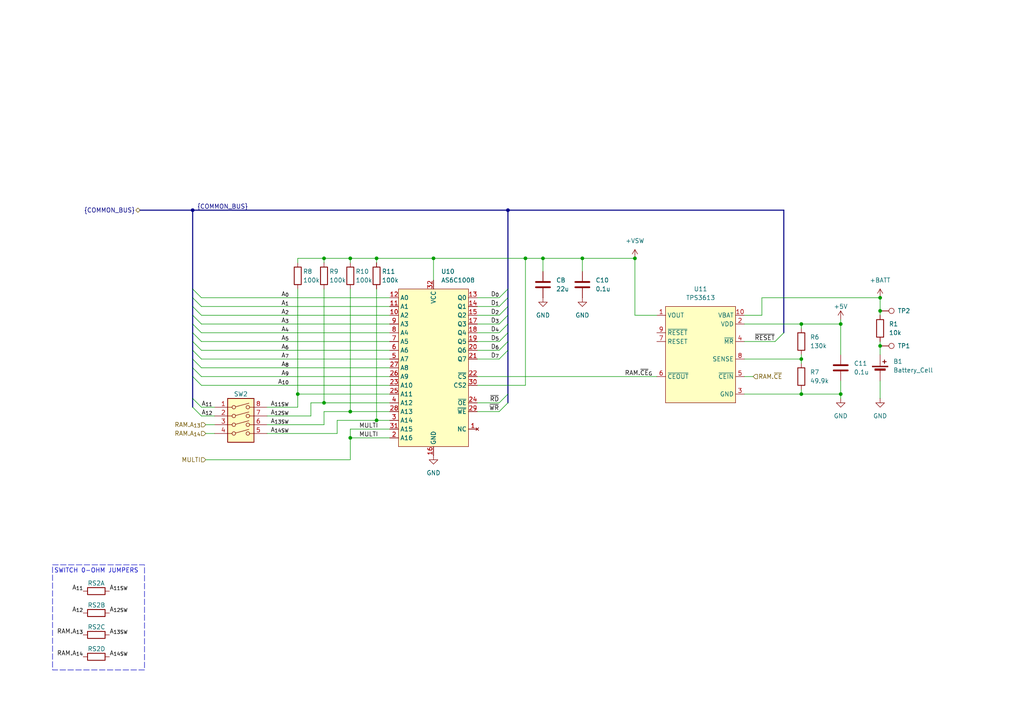
<source format=kicad_sch>
(kicad_sch
	(version 20231120)
	(generator "eeschema")
	(generator_version "8.0")
	(uuid "234bc56a-a097-4e1f-a919-8aad1c89780d")
	(paper "A4")
	(title_block
		(title "SNES Advanced Flash Cartridge")
		(date "2024-09-18")
		(rev "1.2")
		(company "https://github.com/MouseBiteLabs/Super-Nintendo-Cartridges")
	)
	(lib_symbols
		(symbol "Bucketmouse:AS6C1008"
			(exclude_from_sim no)
			(in_bom yes)
			(on_board yes)
			(property "Reference" "U"
				(at -10.16 20.955 0)
				(effects
					(font
						(size 1.27 1.27)
					)
					(justify left bottom)
				)
			)
			(property "Value" "AS6C1008"
				(at 2.54 20.955 0)
				(effects
					(font
						(size 1.27 1.27)
					)
					(justify left bottom)
				)
			)
			(property "Footprint" ""
				(at 0 -2.54 0)
				(effects
					(font
						(size 1.27 1.27)
					)
					(hide yes)
				)
			)
			(property "Datasheet" ""
				(at 0 -2.54 0)
				(effects
					(font
						(size 1.27 1.27)
					)
					(hide yes)
				)
			)
			(property "Description" ""
				(at 0 0 0)
				(effects
					(font
						(size 1.27 1.27)
					)
					(hide yes)
				)
			)
			(property "ki_keywords" "RAM SRAM CMOS MEMORY"
				(at 0 0 0)
				(effects
					(font
						(size 1.27 1.27)
					)
					(hide yes)
				)
			)
			(property "ki_fp_filters" "DIP*W15.24mm*"
				(at 0 0 0)
				(effects
					(font
						(size 1.27 1.27)
					)
					(hide yes)
				)
			)
			(symbol "AS6C1008_1_0"
				(pin power_in line
					(at 0 -27.94 90)
					(length 2.54)
					(name "GND"
						(effects
							(font
								(size 1.27 1.27)
							)
						)
					)
					(number "16"
						(effects
							(font
								(size 1.27 1.27)
							)
						)
					)
				)
				(pin power_in line
					(at 0 22.86 270)
					(length 2.54)
					(name "VCC"
						(effects
							(font
								(size 1.27 1.27)
							)
						)
					)
					(number "32"
						(effects
							(font
								(size 1.27 1.27)
							)
						)
					)
				)
			)
			(symbol "AS6C1008_1_1"
				(rectangle
					(start -10.16 20.32)
					(end 10.16 -25.4)
					(stroke
						(width 0)
						(type default)
					)
					(fill
						(type background)
					)
				)
				(pin no_connect line
					(at 12.7 -20.32 180)
					(length 2.54)
					(name "NC"
						(effects
							(font
								(size 1.27 1.27)
							)
						)
					)
					(number "1"
						(effects
							(font
								(size 1.27 1.27)
							)
						)
					)
				)
				(pin input line
					(at -12.7 12.7 0)
					(length 2.54)
					(name "A2"
						(effects
							(font
								(size 1.27 1.27)
							)
						)
					)
					(number "10"
						(effects
							(font
								(size 1.27 1.27)
							)
						)
					)
				)
				(pin input line
					(at -12.7 15.24 0)
					(length 2.54)
					(name "A1"
						(effects
							(font
								(size 1.27 1.27)
							)
						)
					)
					(number "11"
						(effects
							(font
								(size 1.27 1.27)
							)
						)
					)
				)
				(pin input line
					(at -12.7 17.78 0)
					(length 2.54)
					(name "A0"
						(effects
							(font
								(size 1.27 1.27)
							)
						)
					)
					(number "12"
						(effects
							(font
								(size 1.27 1.27)
							)
						)
					)
				)
				(pin tri_state line
					(at 12.7 17.78 180)
					(length 2.54)
					(name "Q0"
						(effects
							(font
								(size 1.27 1.27)
							)
						)
					)
					(number "13"
						(effects
							(font
								(size 1.27 1.27)
							)
						)
					)
				)
				(pin tri_state line
					(at 12.7 15.24 180)
					(length 2.54)
					(name "Q1"
						(effects
							(font
								(size 1.27 1.27)
							)
						)
					)
					(number "14"
						(effects
							(font
								(size 1.27 1.27)
							)
						)
					)
				)
				(pin tri_state line
					(at 12.7 12.7 180)
					(length 2.54)
					(name "Q2"
						(effects
							(font
								(size 1.27 1.27)
							)
						)
					)
					(number "15"
						(effects
							(font
								(size 1.27 1.27)
							)
						)
					)
				)
				(pin tri_state line
					(at 12.7 10.16 180)
					(length 2.54)
					(name "Q3"
						(effects
							(font
								(size 1.27 1.27)
							)
						)
					)
					(number "17"
						(effects
							(font
								(size 1.27 1.27)
							)
						)
					)
				)
				(pin tri_state line
					(at 12.7 7.62 180)
					(length 2.54)
					(name "Q4"
						(effects
							(font
								(size 1.27 1.27)
							)
						)
					)
					(number "18"
						(effects
							(font
								(size 1.27 1.27)
							)
						)
					)
				)
				(pin tri_state line
					(at 12.7 5.08 180)
					(length 2.54)
					(name "Q5"
						(effects
							(font
								(size 1.27 1.27)
							)
						)
					)
					(number "19"
						(effects
							(font
								(size 1.27 1.27)
							)
						)
					)
				)
				(pin input line
					(at -12.7 -22.86 0)
					(length 2.54)
					(name "A16"
						(effects
							(font
								(size 1.27 1.27)
							)
						)
					)
					(number "2"
						(effects
							(font
								(size 1.27 1.27)
							)
						)
					)
				)
				(pin tri_state line
					(at 12.7 2.54 180)
					(length 2.54)
					(name "Q6"
						(effects
							(font
								(size 1.27 1.27)
							)
						)
					)
					(number "20"
						(effects
							(font
								(size 1.27 1.27)
							)
						)
					)
				)
				(pin tri_state line
					(at 12.7 0 180)
					(length 2.54)
					(name "Q7"
						(effects
							(font
								(size 1.27 1.27)
							)
						)
					)
					(number "21"
						(effects
							(font
								(size 1.27 1.27)
							)
						)
					)
				)
				(pin input line
					(at 12.7 -5.08 180)
					(length 2.54)
					(name "~{CS}"
						(effects
							(font
								(size 1.27 1.27)
							)
						)
					)
					(number "22"
						(effects
							(font
								(size 1.27 1.27)
							)
						)
					)
				)
				(pin input line
					(at -12.7 -7.62 0)
					(length 2.54)
					(name "A10"
						(effects
							(font
								(size 1.27 1.27)
							)
						)
					)
					(number "23"
						(effects
							(font
								(size 1.27 1.27)
							)
						)
					)
				)
				(pin input line
					(at 12.7 -12.7 180)
					(length 2.54)
					(name "~{OE}"
						(effects
							(font
								(size 1.27 1.27)
							)
						)
					)
					(number "24"
						(effects
							(font
								(size 1.27 1.27)
							)
						)
					)
				)
				(pin input line
					(at -12.7 -10.16 0)
					(length 2.54)
					(name "A11"
						(effects
							(font
								(size 1.27 1.27)
							)
						)
					)
					(number "25"
						(effects
							(font
								(size 1.27 1.27)
							)
						)
					)
				)
				(pin input line
					(at -12.7 -5.08 0)
					(length 2.54)
					(name "A9"
						(effects
							(font
								(size 1.27 1.27)
							)
						)
					)
					(number "26"
						(effects
							(font
								(size 1.27 1.27)
							)
						)
					)
				)
				(pin input line
					(at -12.7 -2.54 0)
					(length 2.54)
					(name "A8"
						(effects
							(font
								(size 1.27 1.27)
							)
						)
					)
					(number "27"
						(effects
							(font
								(size 1.27 1.27)
							)
						)
					)
				)
				(pin input line
					(at -12.7 -15.24 0)
					(length 2.54)
					(name "A13"
						(effects
							(font
								(size 1.27 1.27)
							)
						)
					)
					(number "28"
						(effects
							(font
								(size 1.27 1.27)
							)
						)
					)
				)
				(pin input line
					(at 12.7 -15.24 180)
					(length 2.54)
					(name "~{WE}"
						(effects
							(font
								(size 1.27 1.27)
							)
						)
					)
					(number "29"
						(effects
							(font
								(size 1.27 1.27)
							)
						)
					)
				)
				(pin input line
					(at -12.7 -17.78 0)
					(length 2.54)
					(name "A14"
						(effects
							(font
								(size 1.27 1.27)
							)
						)
					)
					(number "3"
						(effects
							(font
								(size 1.27 1.27)
							)
						)
					)
				)
				(pin input line
					(at 12.7 -7.62 180)
					(length 2.54)
					(name "CS2"
						(effects
							(font
								(size 1.27 1.27)
							)
						)
					)
					(number "30"
						(effects
							(font
								(size 1.27 1.27)
							)
						)
					)
				)
				(pin input line
					(at -12.7 -20.32 0)
					(length 2.54)
					(name "A15"
						(effects
							(font
								(size 1.27 1.27)
							)
						)
					)
					(number "31"
						(effects
							(font
								(size 1.27 1.27)
							)
						)
					)
				)
				(pin input line
					(at -12.7 -12.7 0)
					(length 2.54)
					(name "A12"
						(effects
							(font
								(size 1.27 1.27)
							)
						)
					)
					(number "4"
						(effects
							(font
								(size 1.27 1.27)
							)
						)
					)
				)
				(pin input line
					(at -12.7 0 0)
					(length 2.54)
					(name "A7"
						(effects
							(font
								(size 1.27 1.27)
							)
						)
					)
					(number "5"
						(effects
							(font
								(size 1.27 1.27)
							)
						)
					)
				)
				(pin input line
					(at -12.7 2.54 0)
					(length 2.54)
					(name "A6"
						(effects
							(font
								(size 1.27 1.27)
							)
						)
					)
					(number "6"
						(effects
							(font
								(size 1.27 1.27)
							)
						)
					)
				)
				(pin input line
					(at -12.7 5.08 0)
					(length 2.54)
					(name "A5"
						(effects
							(font
								(size 1.27 1.27)
							)
						)
					)
					(number "7"
						(effects
							(font
								(size 1.27 1.27)
							)
						)
					)
				)
				(pin input line
					(at -12.7 7.62 0)
					(length 2.54)
					(name "A4"
						(effects
							(font
								(size 1.27 1.27)
							)
						)
					)
					(number "8"
						(effects
							(font
								(size 1.27 1.27)
							)
						)
					)
				)
				(pin input line
					(at -12.7 10.16 0)
					(length 2.54)
					(name "A3"
						(effects
							(font
								(size 1.27 1.27)
							)
						)
					)
					(number "9"
						(effects
							(font
								(size 1.27 1.27)
							)
						)
					)
				)
			)
		)
		(symbol "Bucketmouse:TPS3613"
			(exclude_from_sim no)
			(in_bom yes)
			(on_board yes)
			(property "Reference" "U"
				(at -10.16 13.208 0)
				(effects
					(font
						(size 1.27 1.27)
					)
					(justify left bottom)
				)
			)
			(property "Value" "TPS3613"
				(at 1.778 13.208 0)
				(effects
					(font
						(size 1.27 1.27)
					)
					(justify left bottom)
				)
			)
			(property "Footprint" "MSOP-10"
				(at 0.508 0 0)
				(effects
					(font
						(size 1.27 1.27)
					)
					(hide yes)
				)
			)
			(property "Datasheet" ""
				(at 0 0 0)
				(effects
					(font
						(size 1.27 1.27)
					)
					(hide yes)
				)
			)
			(property "Description" ""
				(at 0 0 0)
				(effects
					(font
						(size 1.27 1.27)
					)
					(hide yes)
				)
			)
			(symbol "TPS3613_1_0"
				(pin power_in line
					(at 12.7 10.16 180)
					(length 2.54)
					(name "VOUT"
						(effects
							(font
								(size 1.27 1.27)
							)
						)
					)
					(number "1"
						(effects
							(font
								(size 1.27 1.27)
							)
						)
					)
				)
				(pin power_in line
					(at -12.7 10.16 0)
					(length 2.54)
					(name "VBAT"
						(effects
							(font
								(size 1.27 1.27)
							)
						)
					)
					(number "10"
						(effects
							(font
								(size 1.27 1.27)
							)
						)
					)
				)
				(pin power_in line
					(at -12.7 7.62 0)
					(length 2.54)
					(name "VDD"
						(effects
							(font
								(size 1.27 1.27)
							)
						)
					)
					(number "2"
						(effects
							(font
								(size 1.27 1.27)
							)
						)
					)
				)
				(pin power_in line
					(at -12.7 -12.7 0)
					(length 2.54)
					(name "GND"
						(effects
							(font
								(size 1.27 1.27)
							)
						)
					)
					(number "3"
						(effects
							(font
								(size 1.27 1.27)
							)
						)
					)
				)
				(pin input line
					(at -12.7 2.54 0)
					(length 2.54)
					(name "~{MR}"
						(effects
							(font
								(size 1.27 1.27)
							)
						)
					)
					(number "4"
						(effects
							(font
								(size 1.27 1.27)
							)
						)
					)
				)
				(pin input line
					(at -12.7 -7.62 0)
					(length 2.54)
					(name "~{CEIN}"
						(effects
							(font
								(size 1.27 1.27)
							)
						)
					)
					(number "5"
						(effects
							(font
								(size 1.27 1.27)
							)
						)
					)
				)
				(pin output line
					(at 12.7 -7.62 180)
					(length 2.54)
					(name "~{CEOUT}"
						(effects
							(font
								(size 1.27 1.27)
							)
						)
					)
					(number "6"
						(effects
							(font
								(size 1.27 1.27)
							)
						)
					)
				)
				(pin output line
					(at 12.7 2.54 180)
					(length 2.54)
					(name "RESET"
						(effects
							(font
								(size 1.27 1.27)
							)
						)
					)
					(number "7"
						(effects
							(font
								(size 1.27 1.27)
							)
						)
					)
				)
				(pin input line
					(at -12.7 -2.54 0)
					(length 2.54)
					(name "SENSE"
						(effects
							(font
								(size 1.27 1.27)
							)
						)
					)
					(number "8"
						(effects
							(font
								(size 1.27 1.27)
							)
						)
					)
				)
				(pin output line
					(at 12.7 5.08 180)
					(length 2.54)
					(name "~{RESET}"
						(effects
							(font
								(size 1.27 1.27)
							)
						)
					)
					(number "9"
						(effects
							(font
								(size 1.27 1.27)
							)
						)
					)
				)
			)
			(symbol "TPS3613_1_1"
				(rectangle
					(start -10.16 12.7)
					(end 10.16 -15.24)
					(stroke
						(width 0)
						(type default)
					)
					(fill
						(type background)
					)
				)
			)
		)
		(symbol "Connector:TestPoint"
			(pin_numbers hide)
			(pin_names
				(offset 0.762) hide)
			(exclude_from_sim no)
			(in_bom yes)
			(on_board yes)
			(property "Reference" "TP"
				(at 0 6.858 0)
				(effects
					(font
						(size 1.27 1.27)
					)
				)
			)
			(property "Value" "TestPoint"
				(at 0 5.08 0)
				(effects
					(font
						(size 1.27 1.27)
					)
				)
			)
			(property "Footprint" ""
				(at 5.08 0 0)
				(effects
					(font
						(size 1.27 1.27)
					)
					(hide yes)
				)
			)
			(property "Datasheet" "~"
				(at 5.08 0 0)
				(effects
					(font
						(size 1.27 1.27)
					)
					(hide yes)
				)
			)
			(property "Description" "test point"
				(at 0 0 0)
				(effects
					(font
						(size 1.27 1.27)
					)
					(hide yes)
				)
			)
			(property "ki_keywords" "test point tp"
				(at 0 0 0)
				(effects
					(font
						(size 1.27 1.27)
					)
					(hide yes)
				)
			)
			(property "ki_fp_filters" "Pin* Test*"
				(at 0 0 0)
				(effects
					(font
						(size 1.27 1.27)
					)
					(hide yes)
				)
			)
			(symbol "TestPoint_0_1"
				(circle
					(center 0 3.302)
					(radius 0.762)
					(stroke
						(width 0)
						(type default)
					)
					(fill
						(type none)
					)
				)
			)
			(symbol "TestPoint_1_1"
				(pin passive line
					(at 0 0 90)
					(length 2.54)
					(name "1"
						(effects
							(font
								(size 1.27 1.27)
							)
						)
					)
					(number "1"
						(effects
							(font
								(size 1.27 1.27)
							)
						)
					)
				)
			)
		)
		(symbol "Device:Battery_Cell"
			(pin_numbers hide)
			(pin_names
				(offset 0) hide)
			(exclude_from_sim no)
			(in_bom yes)
			(on_board yes)
			(property "Reference" "BT"
				(at 2.54 2.54 0)
				(effects
					(font
						(size 1.27 1.27)
					)
					(justify left)
				)
			)
			(property "Value" "Battery_Cell"
				(at 2.54 0 0)
				(effects
					(font
						(size 1.27 1.27)
					)
					(justify left)
				)
			)
			(property "Footprint" ""
				(at 0 1.524 90)
				(effects
					(font
						(size 1.27 1.27)
					)
					(hide yes)
				)
			)
			(property "Datasheet" "~"
				(at 0 1.524 90)
				(effects
					(font
						(size 1.27 1.27)
					)
					(hide yes)
				)
			)
			(property "Description" "Single-cell battery"
				(at 0 0 0)
				(effects
					(font
						(size 1.27 1.27)
					)
					(hide yes)
				)
			)
			(property "ki_keywords" "battery cell"
				(at 0 0 0)
				(effects
					(font
						(size 1.27 1.27)
					)
					(hide yes)
				)
			)
			(symbol "Battery_Cell_0_1"
				(rectangle
					(start -2.286 1.778)
					(end 2.286 1.524)
					(stroke
						(width 0)
						(type default)
					)
					(fill
						(type outline)
					)
				)
				(rectangle
					(start -1.524 1.016)
					(end 1.524 0.508)
					(stroke
						(width 0)
						(type default)
					)
					(fill
						(type outline)
					)
				)
				(polyline
					(pts
						(xy 0 0.762) (xy 0 0)
					)
					(stroke
						(width 0)
						(type default)
					)
					(fill
						(type none)
					)
				)
				(polyline
					(pts
						(xy 0 1.778) (xy 0 2.54)
					)
					(stroke
						(width 0)
						(type default)
					)
					(fill
						(type none)
					)
				)
				(polyline
					(pts
						(xy 0.762 3.048) (xy 1.778 3.048)
					)
					(stroke
						(width 0.254)
						(type default)
					)
					(fill
						(type none)
					)
				)
				(polyline
					(pts
						(xy 1.27 3.556) (xy 1.27 2.54)
					)
					(stroke
						(width 0.254)
						(type default)
					)
					(fill
						(type none)
					)
				)
			)
			(symbol "Battery_Cell_1_1"
				(pin passive line
					(at 0 5.08 270)
					(length 2.54)
					(name "+"
						(effects
							(font
								(size 1.27 1.27)
							)
						)
					)
					(number "1"
						(effects
							(font
								(size 1.27 1.27)
							)
						)
					)
				)
				(pin passive line
					(at 0 -2.54 90)
					(length 2.54)
					(name "-"
						(effects
							(font
								(size 1.27 1.27)
							)
						)
					)
					(number "2"
						(effects
							(font
								(size 1.27 1.27)
							)
						)
					)
				)
			)
		)
		(symbol "Device:C"
			(pin_numbers hide)
			(pin_names
				(offset 0.254)
			)
			(exclude_from_sim no)
			(in_bom yes)
			(on_board yes)
			(property "Reference" "C"
				(at 0.635 2.54 0)
				(effects
					(font
						(size 1.27 1.27)
					)
					(justify left)
				)
			)
			(property "Value" "C"
				(at 0.635 -2.54 0)
				(effects
					(font
						(size 1.27 1.27)
					)
					(justify left)
				)
			)
			(property "Footprint" ""
				(at 0.9652 -3.81 0)
				(effects
					(font
						(size 1.27 1.27)
					)
					(hide yes)
				)
			)
			(property "Datasheet" "~"
				(at 0 0 0)
				(effects
					(font
						(size 1.27 1.27)
					)
					(hide yes)
				)
			)
			(property "Description" "Unpolarized capacitor"
				(at 0 0 0)
				(effects
					(font
						(size 1.27 1.27)
					)
					(hide yes)
				)
			)
			(property "ki_keywords" "cap capacitor"
				(at 0 0 0)
				(effects
					(font
						(size 1.27 1.27)
					)
					(hide yes)
				)
			)
			(property "ki_fp_filters" "C_*"
				(at 0 0 0)
				(effects
					(font
						(size 1.27 1.27)
					)
					(hide yes)
				)
			)
			(symbol "C_0_1"
				(polyline
					(pts
						(xy -2.032 -0.762) (xy 2.032 -0.762)
					)
					(stroke
						(width 0.508)
						(type default)
					)
					(fill
						(type none)
					)
				)
				(polyline
					(pts
						(xy -2.032 0.762) (xy 2.032 0.762)
					)
					(stroke
						(width 0.508)
						(type default)
					)
					(fill
						(type none)
					)
				)
			)
			(symbol "C_1_1"
				(pin passive line
					(at 0 3.81 270)
					(length 2.794)
					(name "~"
						(effects
							(font
								(size 1.27 1.27)
							)
						)
					)
					(number "1"
						(effects
							(font
								(size 1.27 1.27)
							)
						)
					)
				)
				(pin passive line
					(at 0 -3.81 90)
					(length 2.794)
					(name "~"
						(effects
							(font
								(size 1.27 1.27)
							)
						)
					)
					(number "2"
						(effects
							(font
								(size 1.27 1.27)
							)
						)
					)
				)
			)
		)
		(symbol "Device:R"
			(pin_numbers hide)
			(pin_names
				(offset 0)
			)
			(exclude_from_sim no)
			(in_bom yes)
			(on_board yes)
			(property "Reference" "R"
				(at 2.032 0 90)
				(effects
					(font
						(size 1.27 1.27)
					)
				)
			)
			(property "Value" "R"
				(at 0 0 90)
				(effects
					(font
						(size 1.27 1.27)
					)
				)
			)
			(property "Footprint" ""
				(at -1.778 0 90)
				(effects
					(font
						(size 1.27 1.27)
					)
					(hide yes)
				)
			)
			(property "Datasheet" "~"
				(at 0 0 0)
				(effects
					(font
						(size 1.27 1.27)
					)
					(hide yes)
				)
			)
			(property "Description" "Resistor"
				(at 0 0 0)
				(effects
					(font
						(size 1.27 1.27)
					)
					(hide yes)
				)
			)
			(property "ki_keywords" "R res resistor"
				(at 0 0 0)
				(effects
					(font
						(size 1.27 1.27)
					)
					(hide yes)
				)
			)
			(property "ki_fp_filters" "R_*"
				(at 0 0 0)
				(effects
					(font
						(size 1.27 1.27)
					)
					(hide yes)
				)
			)
			(symbol "R_0_1"
				(rectangle
					(start -1.016 -2.54)
					(end 1.016 2.54)
					(stroke
						(width 0.254)
						(type default)
					)
					(fill
						(type none)
					)
				)
			)
			(symbol "R_1_1"
				(pin passive line
					(at 0 3.81 270)
					(length 1.27)
					(name "~"
						(effects
							(font
								(size 1.27 1.27)
							)
						)
					)
					(number "1"
						(effects
							(font
								(size 1.27 1.27)
							)
						)
					)
				)
				(pin passive line
					(at 0 -3.81 90)
					(length 1.27)
					(name "~"
						(effects
							(font
								(size 1.27 1.27)
							)
						)
					)
					(number "2"
						(effects
							(font
								(size 1.27 1.27)
							)
						)
					)
				)
			)
		)
		(symbol "Switch:SW_DIP_x04"
			(pin_names
				(offset 0) hide)
			(exclude_from_sim no)
			(in_bom yes)
			(on_board yes)
			(property "Reference" "SW"
				(at 0 8.89 0)
				(effects
					(font
						(size 1.27 1.27)
					)
				)
			)
			(property "Value" "SW_DIP_x04"
				(at 0 -6.35 0)
				(effects
					(font
						(size 1.27 1.27)
					)
				)
			)
			(property "Footprint" ""
				(at 0 0 0)
				(effects
					(font
						(size 1.27 1.27)
					)
					(hide yes)
				)
			)
			(property "Datasheet" "~"
				(at 0 0 0)
				(effects
					(font
						(size 1.27 1.27)
					)
					(hide yes)
				)
			)
			(property "Description" "4x DIP Switch, Single Pole Single Throw (SPST) switch, small symbol"
				(at 0 0 0)
				(effects
					(font
						(size 1.27 1.27)
					)
					(hide yes)
				)
			)
			(property "ki_keywords" "dip switch"
				(at 0 0 0)
				(effects
					(font
						(size 1.27 1.27)
					)
					(hide yes)
				)
			)
			(property "ki_fp_filters" "SW?DIP?x4*"
				(at 0 0 0)
				(effects
					(font
						(size 1.27 1.27)
					)
					(hide yes)
				)
			)
			(symbol "SW_DIP_x04_0_0"
				(circle
					(center -2.032 -2.54)
					(radius 0.508)
					(stroke
						(width 0)
						(type default)
					)
					(fill
						(type none)
					)
				)
				(circle
					(center -2.032 0)
					(radius 0.508)
					(stroke
						(width 0)
						(type default)
					)
					(fill
						(type none)
					)
				)
				(circle
					(center -2.032 2.54)
					(radius 0.508)
					(stroke
						(width 0)
						(type default)
					)
					(fill
						(type none)
					)
				)
				(circle
					(center -2.032 5.08)
					(radius 0.508)
					(stroke
						(width 0)
						(type default)
					)
					(fill
						(type none)
					)
				)
				(polyline
					(pts
						(xy -1.524 -2.3876) (xy 2.3622 -1.3462)
					)
					(stroke
						(width 0)
						(type default)
					)
					(fill
						(type none)
					)
				)
				(polyline
					(pts
						(xy -1.524 0.127) (xy 2.3622 1.1684)
					)
					(stroke
						(width 0)
						(type default)
					)
					(fill
						(type none)
					)
				)
				(polyline
					(pts
						(xy -1.524 2.667) (xy 2.3622 3.7084)
					)
					(stroke
						(width 0)
						(type default)
					)
					(fill
						(type none)
					)
				)
				(polyline
					(pts
						(xy -1.524 5.207) (xy 2.3622 6.2484)
					)
					(stroke
						(width 0)
						(type default)
					)
					(fill
						(type none)
					)
				)
				(circle
					(center 2.032 -2.54)
					(radius 0.508)
					(stroke
						(width 0)
						(type default)
					)
					(fill
						(type none)
					)
				)
				(circle
					(center 2.032 0)
					(radius 0.508)
					(stroke
						(width 0)
						(type default)
					)
					(fill
						(type none)
					)
				)
				(circle
					(center 2.032 2.54)
					(radius 0.508)
					(stroke
						(width 0)
						(type default)
					)
					(fill
						(type none)
					)
				)
				(circle
					(center 2.032 5.08)
					(radius 0.508)
					(stroke
						(width 0)
						(type default)
					)
					(fill
						(type none)
					)
				)
			)
			(symbol "SW_DIP_x04_0_1"
				(rectangle
					(start -3.81 7.62)
					(end 3.81 -5.08)
					(stroke
						(width 0.254)
						(type default)
					)
					(fill
						(type background)
					)
				)
			)
			(symbol "SW_DIP_x04_1_1"
				(pin passive line
					(at -7.62 5.08 0)
					(length 5.08)
					(name "~"
						(effects
							(font
								(size 1.27 1.27)
							)
						)
					)
					(number "1"
						(effects
							(font
								(size 1.27 1.27)
							)
						)
					)
				)
				(pin passive line
					(at -7.62 2.54 0)
					(length 5.08)
					(name "~"
						(effects
							(font
								(size 1.27 1.27)
							)
						)
					)
					(number "2"
						(effects
							(font
								(size 1.27 1.27)
							)
						)
					)
				)
				(pin passive line
					(at -7.62 0 0)
					(length 5.08)
					(name "~"
						(effects
							(font
								(size 1.27 1.27)
							)
						)
					)
					(number "3"
						(effects
							(font
								(size 1.27 1.27)
							)
						)
					)
				)
				(pin passive line
					(at -7.62 -2.54 0)
					(length 5.08)
					(name "~"
						(effects
							(font
								(size 1.27 1.27)
							)
						)
					)
					(number "4"
						(effects
							(font
								(size 1.27 1.27)
							)
						)
					)
				)
				(pin passive line
					(at 7.62 -2.54 180)
					(length 5.08)
					(name "~"
						(effects
							(font
								(size 1.27 1.27)
							)
						)
					)
					(number "5"
						(effects
							(font
								(size 1.27 1.27)
							)
						)
					)
				)
				(pin passive line
					(at 7.62 0 180)
					(length 5.08)
					(name "~"
						(effects
							(font
								(size 1.27 1.27)
							)
						)
					)
					(number "6"
						(effects
							(font
								(size 1.27 1.27)
							)
						)
					)
				)
				(pin passive line
					(at 7.62 2.54 180)
					(length 5.08)
					(name "~"
						(effects
							(font
								(size 1.27 1.27)
							)
						)
					)
					(number "7"
						(effects
							(font
								(size 1.27 1.27)
							)
						)
					)
				)
				(pin passive line
					(at 7.62 5.08 180)
					(length 5.08)
					(name "~"
						(effects
							(font
								(size 1.27 1.27)
							)
						)
					)
					(number "8"
						(effects
							(font
								(size 1.27 1.27)
							)
						)
					)
				)
			)
		)
		(symbol "power:+5V"
			(power)
			(pin_numbers hide)
			(pin_names
				(offset 0) hide)
			(exclude_from_sim no)
			(in_bom yes)
			(on_board yes)
			(property "Reference" "#PWR"
				(at 0 -3.81 0)
				(effects
					(font
						(size 1.27 1.27)
					)
					(hide yes)
				)
			)
			(property "Value" "+5V"
				(at 0 3.556 0)
				(effects
					(font
						(size 1.27 1.27)
					)
				)
			)
			(property "Footprint" ""
				(at 0 0 0)
				(effects
					(font
						(size 1.27 1.27)
					)
					(hide yes)
				)
			)
			(property "Datasheet" ""
				(at 0 0 0)
				(effects
					(font
						(size 1.27 1.27)
					)
					(hide yes)
				)
			)
			(property "Description" "Power symbol creates a global label with name \"+5V\""
				(at 0 0 0)
				(effects
					(font
						(size 1.27 1.27)
					)
					(hide yes)
				)
			)
			(property "ki_keywords" "global power"
				(at 0 0 0)
				(effects
					(font
						(size 1.27 1.27)
					)
					(hide yes)
				)
			)
			(symbol "+5V_0_1"
				(polyline
					(pts
						(xy -0.762 1.27) (xy 0 2.54)
					)
					(stroke
						(width 0)
						(type default)
					)
					(fill
						(type none)
					)
				)
				(polyline
					(pts
						(xy 0 0) (xy 0 2.54)
					)
					(stroke
						(width 0)
						(type default)
					)
					(fill
						(type none)
					)
				)
				(polyline
					(pts
						(xy 0 2.54) (xy 0.762 1.27)
					)
					(stroke
						(width 0)
						(type default)
					)
					(fill
						(type none)
					)
				)
			)
			(symbol "+5V_1_1"
				(pin power_in line
					(at 0 0 90)
					(length 0)
					(name "~"
						(effects
							(font
								(size 1.27 1.27)
							)
						)
					)
					(number "1"
						(effects
							(font
								(size 1.27 1.27)
							)
						)
					)
				)
			)
		)
		(symbol "power:+BATT"
			(power)
			(pin_numbers hide)
			(pin_names
				(offset 0) hide)
			(exclude_from_sim no)
			(in_bom yes)
			(on_board yes)
			(property "Reference" "#PWR"
				(at 0 -3.81 0)
				(effects
					(font
						(size 1.27 1.27)
					)
					(hide yes)
				)
			)
			(property "Value" "+BATT"
				(at 0 3.556 0)
				(effects
					(font
						(size 1.27 1.27)
					)
				)
			)
			(property "Footprint" ""
				(at 0 0 0)
				(effects
					(font
						(size 1.27 1.27)
					)
					(hide yes)
				)
			)
			(property "Datasheet" ""
				(at 0 0 0)
				(effects
					(font
						(size 1.27 1.27)
					)
					(hide yes)
				)
			)
			(property "Description" "Power symbol creates a global label with name \"+BATT\""
				(at 0 0 0)
				(effects
					(font
						(size 1.27 1.27)
					)
					(hide yes)
				)
			)
			(property "ki_keywords" "global power battery"
				(at 0 0 0)
				(effects
					(font
						(size 1.27 1.27)
					)
					(hide yes)
				)
			)
			(symbol "+BATT_0_1"
				(polyline
					(pts
						(xy -0.762 1.27) (xy 0 2.54)
					)
					(stroke
						(width 0)
						(type default)
					)
					(fill
						(type none)
					)
				)
				(polyline
					(pts
						(xy 0 0) (xy 0 2.54)
					)
					(stroke
						(width 0)
						(type default)
					)
					(fill
						(type none)
					)
				)
				(polyline
					(pts
						(xy 0 2.54) (xy 0.762 1.27)
					)
					(stroke
						(width 0)
						(type default)
					)
					(fill
						(type none)
					)
				)
			)
			(symbol "+BATT_1_1"
				(pin power_in line
					(at 0 0 90)
					(length 0)
					(name "~"
						(effects
							(font
								(size 1.27 1.27)
							)
						)
					)
					(number "1"
						(effects
							(font
								(size 1.27 1.27)
							)
						)
					)
				)
			)
		)
		(symbol "power:+VSW"
			(power)
			(pin_numbers hide)
			(pin_names
				(offset 0) hide)
			(exclude_from_sim no)
			(in_bom yes)
			(on_board yes)
			(property "Reference" "#PWR"
				(at 0 -3.81 0)
				(effects
					(font
						(size 1.27 1.27)
					)
					(hide yes)
				)
			)
			(property "Value" "+VSW"
				(at 0 3.556 0)
				(effects
					(font
						(size 1.27 1.27)
					)
				)
			)
			(property "Footprint" ""
				(at 0 0 0)
				(effects
					(font
						(size 1.27 1.27)
					)
					(hide yes)
				)
			)
			(property "Datasheet" ""
				(at 0 0 0)
				(effects
					(font
						(size 1.27 1.27)
					)
					(hide yes)
				)
			)
			(property "Description" "Power symbol creates a global label with name \"+VSW\""
				(at 0 0 0)
				(effects
					(font
						(size 1.27 1.27)
					)
					(hide yes)
				)
			)
			(property "ki_keywords" "global power"
				(at 0 0 0)
				(effects
					(font
						(size 1.27 1.27)
					)
					(hide yes)
				)
			)
			(symbol "+VSW_0_1"
				(polyline
					(pts
						(xy -0.762 1.27) (xy 0 2.54)
					)
					(stroke
						(width 0)
						(type default)
					)
					(fill
						(type none)
					)
				)
				(polyline
					(pts
						(xy 0 0) (xy 0 2.54)
					)
					(stroke
						(width 0)
						(type default)
					)
					(fill
						(type none)
					)
				)
				(polyline
					(pts
						(xy 0 2.54) (xy 0.762 1.27)
					)
					(stroke
						(width 0)
						(type default)
					)
					(fill
						(type none)
					)
				)
			)
			(symbol "+VSW_1_1"
				(pin power_in line
					(at 0 0 90)
					(length 0)
					(name "~"
						(effects
							(font
								(size 1.27 1.27)
							)
						)
					)
					(number "1"
						(effects
							(font
								(size 1.27 1.27)
							)
						)
					)
				)
			)
		)
		(symbol "power:GND"
			(power)
			(pin_numbers hide)
			(pin_names
				(offset 0) hide)
			(exclude_from_sim no)
			(in_bom yes)
			(on_board yes)
			(property "Reference" "#PWR"
				(at 0 -6.35 0)
				(effects
					(font
						(size 1.27 1.27)
					)
					(hide yes)
				)
			)
			(property "Value" "GND"
				(at 0 -3.81 0)
				(effects
					(font
						(size 1.27 1.27)
					)
				)
			)
			(property "Footprint" ""
				(at 0 0 0)
				(effects
					(font
						(size 1.27 1.27)
					)
					(hide yes)
				)
			)
			(property "Datasheet" ""
				(at 0 0 0)
				(effects
					(font
						(size 1.27 1.27)
					)
					(hide yes)
				)
			)
			(property "Description" "Power symbol creates a global label with name \"GND\" , ground"
				(at 0 0 0)
				(effects
					(font
						(size 1.27 1.27)
					)
					(hide yes)
				)
			)
			(property "ki_keywords" "global power"
				(at 0 0 0)
				(effects
					(font
						(size 1.27 1.27)
					)
					(hide yes)
				)
			)
			(symbol "GND_0_1"
				(polyline
					(pts
						(xy 0 0) (xy 0 -1.27) (xy 1.27 -1.27) (xy 0 -2.54) (xy -1.27 -1.27) (xy 0 -1.27)
					)
					(stroke
						(width 0)
						(type default)
					)
					(fill
						(type none)
					)
				)
			)
			(symbol "GND_1_1"
				(pin power_in line
					(at 0 0 270)
					(length 0)
					(name "~"
						(effects
							(font
								(size 1.27 1.27)
							)
						)
					)
					(number "1"
						(effects
							(font
								(size 1.27 1.27)
							)
						)
					)
				)
			)
		)
	)
	(junction
		(at 125.73 74.93)
		(diameter 0)
		(color 0 0 0 0)
		(uuid "0306b4dc-1df1-471b-ba91-8cf83176d6f9")
	)
	(junction
		(at 109.22 121.92)
		(diameter 0)
		(color 0 0 0 0)
		(uuid "0c5dcdc7-4ab8-4f46-8587-86d8cf1a2c23")
	)
	(junction
		(at 232.41 93.98)
		(diameter 0)
		(color 0 0 0 0)
		(uuid "0c94e19d-463f-4d4a-a4a4-0b4c3684e71f")
	)
	(junction
		(at 101.6 119.38)
		(diameter 0)
		(color 0 0 0 0)
		(uuid "23c55a16-2e3c-4191-9c02-6c3b31881283")
	)
	(junction
		(at 243.84 93.98)
		(diameter 0)
		(color 0 0 0 0)
		(uuid "2ac3b92d-48e8-41e1-84a3-7564080a29fb")
	)
	(junction
		(at 101.6 127)
		(diameter 0)
		(color 0 0 0 0)
		(uuid "2be187f3-7f3d-47c8-9eca-33ba4cc12231")
	)
	(junction
		(at 157.48 74.93)
		(diameter 0)
		(color 0 0 0 0)
		(uuid "2dd9dc46-35a6-4e01-8a68-9205c6b67a0a")
	)
	(junction
		(at 255.27 86.36)
		(diameter 0)
		(color 0 0 0 0)
		(uuid "3625fac2-e1b2-4e31-a340-a1eeba43fa47")
	)
	(junction
		(at 243.84 114.3)
		(diameter 0)
		(color 0 0 0 0)
		(uuid "480670cf-ec76-4812-9a86-37a39c07fdad")
	)
	(junction
		(at 255.27 90.17)
		(diameter 0)
		(color 0 0 0 0)
		(uuid "614b68dc-2dee-4095-b562-e205f6f7cb16")
	)
	(junction
		(at 232.41 114.3)
		(diameter 0)
		(color 0 0 0 0)
		(uuid "628c949e-b286-4304-886f-2aac7cda80c7")
	)
	(junction
		(at 101.6 74.93)
		(diameter 0)
		(color 0 0 0 0)
		(uuid "63c573a2-aed2-40fc-a644-912dafc9fc58")
	)
	(junction
		(at 152.4 74.93)
		(diameter 0)
		(color 0 0 0 0)
		(uuid "6681cfcd-3d53-46bc-8f1d-d192c6f9b960")
	)
	(junction
		(at 232.41 104.14)
		(diameter 0)
		(color 0 0 0 0)
		(uuid "72f8fc26-bf77-4411-80d4-02d0af5a86a6")
	)
	(junction
		(at 55.88 60.96)
		(diameter 0)
		(color 0 0 0 0)
		(uuid "9044ce8b-45b9-4b54-bdbc-4e6a88238cbd")
	)
	(junction
		(at 93.98 116.84)
		(diameter 0)
		(color 0 0 0 0)
		(uuid "91560ec7-adc3-4b68-9c31-6b557d91be83")
	)
	(junction
		(at 168.91 74.93)
		(diameter 0)
		(color 0 0 0 0)
		(uuid "91aecbc1-1826-420d-9700-f62673d7bfe7")
	)
	(junction
		(at 147.32 60.96)
		(diameter 0)
		(color 0 0 0 0)
		(uuid "a8da4bb6-2e81-401b-9640-c1056029a26e")
	)
	(junction
		(at 109.22 74.93)
		(diameter 0)
		(color 0 0 0 0)
		(uuid "b2aca9c7-8447-4161-9755-f1bc54cc5750")
	)
	(junction
		(at 255.27 100.33)
		(diameter 0)
		(color 0 0 0 0)
		(uuid "c21186ca-67b8-4fd5-aed7-f26383d8e121")
	)
	(junction
		(at 184.15 74.93)
		(diameter 0)
		(color 0 0 0 0)
		(uuid "e1683c11-5768-4b62-8878-35b647cd48ab")
	)
	(junction
		(at 86.36 114.3)
		(diameter 0)
		(color 0 0 0 0)
		(uuid "f106b786-934e-4f6f-97a5-57e7921c1a2c")
	)
	(junction
		(at 93.98 74.93)
		(diameter 0)
		(color 0 0 0 0)
		(uuid "f45f3731-98b3-47e9-be74-4d25eea97e63")
	)
	(bus_entry
		(at 147.32 101.6)
		(size -2.54 2.54)
		(stroke
			(width 0)
			(type default)
		)
		(uuid "001687d3-9c54-4d0a-9755-bc1d2a4897b2")
	)
	(bus_entry
		(at 55.88 96.52)
		(size 2.54 2.54)
		(stroke
			(width 0)
			(type default)
		)
		(uuid "0a08b88a-e7dc-4387-851c-e8133e257e86")
	)
	(bus_entry
		(at 55.88 99.06)
		(size 2.54 2.54)
		(stroke
			(width 0)
			(type default)
		)
		(uuid "2618000b-5d54-4f00-8e6b-fc547430ab5b")
	)
	(bus_entry
		(at 55.88 106.68)
		(size 2.54 2.54)
		(stroke
			(width 0)
			(type default)
		)
		(uuid "414f582f-6cd6-430a-bfe3-d8a729d0ff94")
	)
	(bus_entry
		(at 147.32 96.52)
		(size -2.54 2.54)
		(stroke
			(width 0)
			(type default)
		)
		(uuid "4fb7c81c-dab5-427f-80e9-7d12764cf808")
	)
	(bus_entry
		(at 55.88 88.9)
		(size 2.54 2.54)
		(stroke
			(width 0)
			(type default)
		)
		(uuid "5c7ce3e0-748e-461b-ae6d-c37130ad2355")
	)
	(bus_entry
		(at 55.88 104.14)
		(size 2.54 2.54)
		(stroke
			(width 0)
			(type default)
		)
		(uuid "5ffa82c0-6a8e-47c8-b38d-404834f47263")
	)
	(bus_entry
		(at 55.88 101.6)
		(size 2.54 2.54)
		(stroke
			(width 0)
			(type default)
		)
		(uuid "729d48c5-c46d-4c5d-8a38-2a49426f6570")
	)
	(bus_entry
		(at 227.33 96.52)
		(size -2.54 2.54)
		(stroke
			(width 0)
			(type default)
		)
		(uuid "9056dfbc-c5f7-444b-9aff-fd9a181bacdd")
	)
	(bus_entry
		(at 55.88 118.11)
		(size 2.54 2.54)
		(stroke
			(width 0)
			(type default)
		)
		(uuid "9e29159d-50b5-4f8a-92a6-480aa7e402d7")
	)
	(bus_entry
		(at 55.88 93.98)
		(size 2.54 2.54)
		(stroke
			(width 0)
			(type default)
		)
		(uuid "9f395a8a-358f-4028-9637-28d0db2e9de8")
	)
	(bus_entry
		(at 147.32 99.06)
		(size -2.54 2.54)
		(stroke
			(width 0)
			(type default)
		)
		(uuid "ab2e7b7f-f798-466d-8c83-84993e05e60d")
	)
	(bus_entry
		(at 147.32 86.36)
		(size -2.54 2.54)
		(stroke
			(width 0)
			(type default)
		)
		(uuid "b2739cd9-325c-4ba8-8c65-78b1c3961f6f")
	)
	(bus_entry
		(at 147.32 114.3)
		(size -2.54 2.54)
		(stroke
			(width 0)
			(type default)
		)
		(uuid "c3459c86-a380-43df-ba28-7f62113fc54a")
	)
	(bus_entry
		(at 55.88 91.44)
		(size 2.54 2.54)
		(stroke
			(width 0)
			(type default)
		)
		(uuid "c507301c-920f-466e-89a8-f5c1fb9171bf")
	)
	(bus_entry
		(at 55.88 86.36)
		(size 2.54 2.54)
		(stroke
			(width 0)
			(type default)
		)
		(uuid "d15a6203-7a16-41e2-b3d6-072929128506")
	)
	(bus_entry
		(at 55.88 109.22)
		(size 2.54 2.54)
		(stroke
			(width 0)
			(type default)
		)
		(uuid "d7fc4dec-6fe4-49b2-9a1e-3ce5616e6e47")
	)
	(bus_entry
		(at 55.88 115.57)
		(size 2.54 2.54)
		(stroke
			(width 0)
			(type default)
		)
		(uuid "e29d056c-cf9f-478c-a3af-b25c464d546e")
	)
	(bus_entry
		(at 147.32 88.9)
		(size -2.54 2.54)
		(stroke
			(width 0)
			(type default)
		)
		(uuid "e540dbf1-07a0-4dbe-aaf1-71e6b75bb373")
	)
	(bus_entry
		(at 147.32 83.82)
		(size -2.54 2.54)
		(stroke
			(width 0)
			(type default)
		)
		(uuid "e8a8b7d8-831f-41c9-a869-38e2ce6a32d0")
	)
	(bus_entry
		(at 55.88 83.82)
		(size 2.54 2.54)
		(stroke
			(width 0)
			(type default)
		)
		(uuid "f84116d5-80eb-4728-bce0-a00a538e2d98")
	)
	(bus_entry
		(at 147.32 93.98)
		(size -2.54 2.54)
		(stroke
			(width 0)
			(type default)
		)
		(uuid "fa265324-1b1c-4359-b660-3bdb2bc32c3a")
	)
	(bus_entry
		(at 147.32 116.84)
		(size -2.54 2.54)
		(stroke
			(width 0)
			(type default)
		)
		(uuid "fa7f8a09-4280-498f-999f-f52ab4da6c54")
	)
	(bus_entry
		(at 147.32 91.44)
		(size -2.54 2.54)
		(stroke
			(width 0)
			(type default)
		)
		(uuid "fcaa8a79-158a-45af-9bd4-55e28e33f664")
	)
	(wire
		(pts
			(xy 255.27 99.06) (xy 255.27 100.33)
		)
		(stroke
			(width 0)
			(type default)
		)
		(uuid "01804695-c5ca-42d7-a6c9-09e96bc82824")
	)
	(wire
		(pts
			(xy 243.84 110.49) (xy 243.84 114.3)
		)
		(stroke
			(width 0)
			(type default)
		)
		(uuid "0354f384-8924-4fdf-973f-b7ec7c4ac6ab")
	)
	(wire
		(pts
			(xy 220.98 86.36) (xy 220.98 91.44)
		)
		(stroke
			(width 0)
			(type default)
		)
		(uuid "06945c2a-149b-41f6-b4a6-0de513a08d6f")
	)
	(wire
		(pts
			(xy 255.27 110.49) (xy 255.27 115.57)
		)
		(stroke
			(width 0)
			(type default)
		)
		(uuid "071335af-a539-4075-8af9-200f4b3fd36e")
	)
	(wire
		(pts
			(xy 157.48 74.93) (xy 157.48 78.74)
		)
		(stroke
			(width 0)
			(type default)
		)
		(uuid "0764b96a-a936-4bc1-a36b-5d21801802c4")
	)
	(wire
		(pts
			(xy 168.91 74.93) (xy 168.91 78.74)
		)
		(stroke
			(width 0)
			(type default)
		)
		(uuid "0bd8a328-f613-4bac-a723-7e5b4246158d")
	)
	(wire
		(pts
			(xy 125.73 81.28) (xy 125.73 74.93)
		)
		(stroke
			(width 0)
			(type default)
		)
		(uuid "0bf4cc92-dd10-4780-ba19-b1734b8939a1")
	)
	(wire
		(pts
			(xy 101.6 119.38) (xy 113.03 119.38)
		)
		(stroke
			(width 0)
			(type default)
		)
		(uuid "0c639a21-0529-4ee9-987b-4f119d0875e9")
	)
	(bus
		(pts
			(xy 147.32 60.96) (xy 147.32 83.82)
		)
		(stroke
			(width 0)
			(type default)
		)
		(uuid "0f953bdd-1ef6-48d3-9f84-51f46160c8cc")
	)
	(wire
		(pts
			(xy 58.42 101.6) (xy 113.03 101.6)
		)
		(stroke
			(width 0)
			(type default)
		)
		(uuid "1136d104-a851-41a3-bba9-fddcf6bc838a")
	)
	(wire
		(pts
			(xy 138.43 91.44) (xy 144.78 91.44)
		)
		(stroke
			(width 0)
			(type default)
		)
		(uuid "1187fcf5-61bb-4505-87d8-134672bd8521")
	)
	(wire
		(pts
			(xy 77.47 120.65) (xy 90.17 120.65)
		)
		(stroke
			(width 0)
			(type default)
		)
		(uuid "150692ea-3b5b-493a-bf1d-efcb969d93a6")
	)
	(wire
		(pts
			(xy 93.98 83.82) (xy 93.98 116.84)
		)
		(stroke
			(width 0)
			(type default)
		)
		(uuid "1533afcc-1b52-4d59-94d1-244d20bddba6")
	)
	(wire
		(pts
			(xy 255.27 100.33) (xy 255.27 102.87)
		)
		(stroke
			(width 0)
			(type default)
		)
		(uuid "18779e69-254c-4860-b1d8-42b7c3e97ab4")
	)
	(wire
		(pts
			(xy 215.9 91.44) (xy 220.98 91.44)
		)
		(stroke
			(width 0)
			(type default)
		)
		(uuid "187b282c-7e5c-47b7-bae5-40cf73d4a1b1")
	)
	(wire
		(pts
			(xy 232.41 113.03) (xy 232.41 114.3)
		)
		(stroke
			(width 0)
			(type default)
		)
		(uuid "1a344df7-66e9-4d17-a4d9-50e938cf86e2")
	)
	(bus
		(pts
			(xy 147.32 88.9) (xy 147.32 91.44)
		)
		(stroke
			(width 0)
			(type default)
		)
		(uuid "2242ef00-a7b4-47c3-b30a-8c4864c2de2b")
	)
	(wire
		(pts
			(xy 138.43 104.14) (xy 144.78 104.14)
		)
		(stroke
			(width 0)
			(type default)
		)
		(uuid "296750c3-0dad-421c-9423-7f48b81212db")
	)
	(bus
		(pts
			(xy 55.88 60.96) (xy 55.88 83.82)
		)
		(stroke
			(width 0)
			(type default)
		)
		(uuid "2d380c56-5544-4f15-aa00-9184ae81be50")
	)
	(wire
		(pts
			(xy 58.42 104.14) (xy 113.03 104.14)
		)
		(stroke
			(width 0)
			(type default)
		)
		(uuid "3026a3ae-fe6a-404d-af0c-ef5d0a169b8f")
	)
	(wire
		(pts
			(xy 243.84 114.3) (xy 232.41 114.3)
		)
		(stroke
			(width 0)
			(type default)
		)
		(uuid "337d74f8-2963-4d87-a472-0d1668b8f073")
	)
	(wire
		(pts
			(xy 255.27 86.36) (xy 220.98 86.36)
		)
		(stroke
			(width 0)
			(type default)
		)
		(uuid "3640012d-60cd-46a5-adf3-eb8000e187bf")
	)
	(bus
		(pts
			(xy 40.64 60.96) (xy 55.88 60.96)
		)
		(stroke
			(width 0)
			(type default)
		)
		(uuid "3a72e0d6-7b1b-46d1-9dd6-7e297357ab98")
	)
	(wire
		(pts
			(xy 58.42 91.44) (xy 113.03 91.44)
		)
		(stroke
			(width 0)
			(type default)
		)
		(uuid "3cb610e1-4f4b-4dd3-9398-e1d335573019")
	)
	(wire
		(pts
			(xy 232.41 102.87) (xy 232.41 104.14)
		)
		(stroke
			(width 0)
			(type default)
		)
		(uuid "3e8ebaa1-31a0-484d-96a9-303fbb15b4e0")
	)
	(bus
		(pts
			(xy 55.88 115.57) (xy 55.88 118.11)
		)
		(stroke
			(width 0)
			(type default)
		)
		(uuid "3fa89b0c-99ba-4e24-9b19-df4374384d51")
	)
	(bus
		(pts
			(xy 55.88 86.36) (xy 55.88 88.9)
		)
		(stroke
			(width 0)
			(type default)
		)
		(uuid "4227e132-1392-462b-b57d-d89481838390")
	)
	(wire
		(pts
			(xy 59.69 123.19) (xy 62.23 123.19)
		)
		(stroke
			(width 0)
			(type default)
		)
		(uuid "431571f5-84c5-45a4-adae-8e798be44e86")
	)
	(wire
		(pts
			(xy 58.42 88.9) (xy 113.03 88.9)
		)
		(stroke
			(width 0)
			(type default)
		)
		(uuid "450261fb-ab21-4417-84d2-d77bf72801d8")
	)
	(wire
		(pts
			(xy 215.9 93.98) (xy 232.41 93.98)
		)
		(stroke
			(width 0)
			(type default)
		)
		(uuid "459ac21c-c0cf-4ce1-b411-300f35d18292")
	)
	(wire
		(pts
			(xy 59.69 125.73) (xy 62.23 125.73)
		)
		(stroke
			(width 0)
			(type default)
		)
		(uuid "46d609cd-36f0-4646-b49b-26c3a35aff65")
	)
	(wire
		(pts
			(xy 90.17 120.65) (xy 90.17 116.84)
		)
		(stroke
			(width 0)
			(type default)
		)
		(uuid "4701d42d-0021-4ad4-97ce-378cbd53813a")
	)
	(bus
		(pts
			(xy 147.32 114.3) (xy 147.32 116.84)
		)
		(stroke
			(width 0)
			(type default)
		)
		(uuid "47301ac6-e4eb-47b4-8371-2922d63f110a")
	)
	(bus
		(pts
			(xy 55.88 109.22) (xy 55.88 115.57)
		)
		(stroke
			(width 0)
			(type default)
		)
		(uuid "4f4ab7e8-1012-422e-832e-f367ae121ec8")
	)
	(wire
		(pts
			(xy 58.42 118.11) (xy 62.23 118.11)
		)
		(stroke
			(width 0)
			(type default)
		)
		(uuid "51b5a4d7-17a7-48f8-8d10-e62eb0f3b4d2")
	)
	(wire
		(pts
			(xy 58.42 96.52) (xy 113.03 96.52)
		)
		(stroke
			(width 0)
			(type default)
		)
		(uuid "53a05397-572c-46fe-9d07-eacd7bb57ff7")
	)
	(wire
		(pts
			(xy 109.22 83.82) (xy 109.22 121.92)
		)
		(stroke
			(width 0)
			(type default)
		)
		(uuid "58a1711f-9630-4dc8-af0f-0ecd2cf06586")
	)
	(wire
		(pts
			(xy 125.73 74.93) (xy 152.4 74.93)
		)
		(stroke
			(width 0)
			(type default)
		)
		(uuid "58df8440-384b-402c-aab3-5456a535d7e8")
	)
	(wire
		(pts
			(xy 138.43 111.76) (xy 152.4 111.76)
		)
		(stroke
			(width 0)
			(type default)
		)
		(uuid "5ada21b9-0cd3-44cb-82cf-bfe23cbfd951")
	)
	(wire
		(pts
			(xy 58.42 109.22) (xy 113.03 109.22)
		)
		(stroke
			(width 0)
			(type default)
		)
		(uuid "5bd706f2-275d-462a-9401-39d9a8a24461")
	)
	(wire
		(pts
			(xy 58.42 120.65) (xy 62.23 120.65)
		)
		(stroke
			(width 0)
			(type default)
		)
		(uuid "5c7818a3-1b18-46bf-abc1-1b793f9e3e69")
	)
	(wire
		(pts
			(xy 255.27 86.36) (xy 255.27 90.17)
		)
		(stroke
			(width 0)
			(type default)
		)
		(uuid "60523a38-cc7e-400f-b530-7fd0ab3a65c3")
	)
	(wire
		(pts
			(xy 58.42 86.36) (xy 113.03 86.36)
		)
		(stroke
			(width 0)
			(type default)
		)
		(uuid "60e90cb2-8bcc-4ab3-908e-03ff490d3694")
	)
	(wire
		(pts
			(xy 93.98 123.19) (xy 93.98 119.38)
		)
		(stroke
			(width 0)
			(type default)
		)
		(uuid "64ffee6d-6f8a-4317-af03-c56c38c53acd")
	)
	(wire
		(pts
			(xy 138.43 86.36) (xy 144.78 86.36)
		)
		(stroke
			(width 0)
			(type default)
		)
		(uuid "65e5091a-7a74-471a-a221-ab8fb0074644")
	)
	(bus
		(pts
			(xy 227.33 60.96) (xy 227.33 96.52)
		)
		(stroke
			(width 0)
			(type default)
		)
		(uuid "66822645-749d-4841-8ec3-2017f5255d1b")
	)
	(wire
		(pts
			(xy 90.17 116.84) (xy 93.98 116.84)
		)
		(stroke
			(width 0)
			(type default)
		)
		(uuid "68457beb-80de-4462-ae79-0c0bfd07fb0d")
	)
	(wire
		(pts
			(xy 101.6 127) (xy 113.03 127)
		)
		(stroke
			(width 0)
			(type default)
		)
		(uuid "687f6e06-5848-4987-8fca-56e688a08290")
	)
	(wire
		(pts
			(xy 243.84 93.98) (xy 243.84 102.87)
		)
		(stroke
			(width 0)
			(type default)
		)
		(uuid "69b4d0ac-cf5e-469a-a504-77facf0501ec")
	)
	(wire
		(pts
			(xy 152.4 111.76) (xy 152.4 74.93)
		)
		(stroke
			(width 0)
			(type default)
		)
		(uuid "69b66d6b-53d5-4253-9fdd-11abea4b007c")
	)
	(bus
		(pts
			(xy 55.88 60.96) (xy 147.32 60.96)
		)
		(stroke
			(width 0)
			(type default)
		)
		(uuid "6c003c7a-5703-431e-a462-f87713888c72")
	)
	(wire
		(pts
			(xy 109.22 74.93) (xy 125.73 74.93)
		)
		(stroke
			(width 0)
			(type default)
		)
		(uuid "6d2431fe-f64c-43d8-ba6d-8749cda32ee2")
	)
	(wire
		(pts
			(xy 232.41 104.14) (xy 232.41 105.41)
		)
		(stroke
			(width 0)
			(type default)
		)
		(uuid "6e7840ad-6d86-4967-a7aa-7081f984c6cc")
	)
	(wire
		(pts
			(xy 101.6 83.82) (xy 101.6 119.38)
		)
		(stroke
			(width 0)
			(type default)
		)
		(uuid "6f1b68b1-56c6-4aa5-8917-5c49dca6817e")
	)
	(wire
		(pts
			(xy 138.43 109.22) (xy 190.5 109.22)
		)
		(stroke
			(width 0)
			(type default)
		)
		(uuid "6f275dff-7967-48b3-8491-56f2f4dbc3a6")
	)
	(bus
		(pts
			(xy 147.32 86.36) (xy 147.32 88.9)
		)
		(stroke
			(width 0)
			(type default)
		)
		(uuid "713a3336-8bbd-4118-9958-6d5d2a4a5396")
	)
	(wire
		(pts
			(xy 77.47 125.73) (xy 97.79 125.73)
		)
		(stroke
			(width 0)
			(type default)
		)
		(uuid "767ab69d-0e97-4556-a7c1-818e3c204959")
	)
	(wire
		(pts
			(xy 184.15 91.44) (xy 190.5 91.44)
		)
		(stroke
			(width 0)
			(type default)
		)
		(uuid "7a105a88-369a-4fb3-ae86-bc660ed27d57")
	)
	(bus
		(pts
			(xy 147.32 96.52) (xy 147.32 99.06)
		)
		(stroke
			(width 0)
			(type default)
		)
		(uuid "7a34557a-7652-4404-8885-6bf6cf100587")
	)
	(wire
		(pts
			(xy 93.98 116.84) (xy 113.03 116.84)
		)
		(stroke
			(width 0)
			(type default)
		)
		(uuid "7b16a20b-c497-46c4-9ffd-dd8247b4dd65")
	)
	(wire
		(pts
			(xy 86.36 74.93) (xy 93.98 74.93)
		)
		(stroke
			(width 0)
			(type default)
		)
		(uuid "7bb53db3-1387-4bea-9cf4-99c8ad9471e2")
	)
	(wire
		(pts
			(xy 58.42 111.76) (xy 113.03 111.76)
		)
		(stroke
			(width 0)
			(type default)
		)
		(uuid "7d152836-11e0-4bb5-bf16-1ee206717b21")
	)
	(wire
		(pts
			(xy 138.43 101.6) (xy 144.78 101.6)
		)
		(stroke
			(width 0)
			(type default)
		)
		(uuid "82ef97fa-55d5-42a8-8b55-ba13f083d513")
	)
	(wire
		(pts
			(xy 101.6 124.46) (xy 113.03 124.46)
		)
		(stroke
			(width 0)
			(type default)
		)
		(uuid "86714b7e-281e-4941-bf77-73c5128dc565")
	)
	(bus
		(pts
			(xy 147.32 83.82) (xy 147.32 86.36)
		)
		(stroke
			(width 0)
			(type default)
		)
		(uuid "895b970a-ad12-459c-b015-97d0d5275f68")
	)
	(bus
		(pts
			(xy 147.32 60.96) (xy 227.33 60.96)
		)
		(stroke
			(width 0)
			(type default)
		)
		(uuid "8c9df3ed-c60b-4530-b98a-e84070759cfb")
	)
	(wire
		(pts
			(xy 101.6 124.46) (xy 101.6 127)
		)
		(stroke
			(width 0)
			(type default)
		)
		(uuid "90309c77-5b9d-45f2-a9b9-beebfa0a3909")
	)
	(bus
		(pts
			(xy 147.32 99.06) (xy 147.32 101.6)
		)
		(stroke
			(width 0)
			(type default)
		)
		(uuid "92354f3c-f923-4ffa-86f4-b12c0d32ff54")
	)
	(bus
		(pts
			(xy 55.88 83.82) (xy 55.88 86.36)
		)
		(stroke
			(width 0)
			(type default)
		)
		(uuid "9404436b-afe0-46a7-adee-2b05c099027b")
	)
	(wire
		(pts
			(xy 93.98 119.38) (xy 101.6 119.38)
		)
		(stroke
			(width 0)
			(type default)
		)
		(uuid "957072d2-b9c0-4589-a031-bd908d14d537")
	)
	(bus
		(pts
			(xy 55.88 96.52) (xy 55.88 99.06)
		)
		(stroke
			(width 0)
			(type default)
		)
		(uuid "97044746-ab86-44a8-a089-36aa1e4b71b0")
	)
	(wire
		(pts
			(xy 138.43 93.98) (xy 144.78 93.98)
		)
		(stroke
			(width 0)
			(type default)
		)
		(uuid "9956999a-e5c6-44bd-be8c-18b5c3774027")
	)
	(wire
		(pts
			(xy 255.27 90.17) (xy 255.27 91.44)
		)
		(stroke
			(width 0)
			(type default)
		)
		(uuid "9b6dae6b-e587-493f-a5d5-b34878c9b0e0")
	)
	(bus
		(pts
			(xy 55.88 99.06) (xy 55.88 101.6)
		)
		(stroke
			(width 0)
			(type default)
		)
		(uuid "9e4c4e04-dc81-4c17-9d93-fca0bd089866")
	)
	(wire
		(pts
			(xy 58.42 99.06) (xy 113.03 99.06)
		)
		(stroke
			(width 0)
			(type default)
		)
		(uuid "a0a24563-ec3b-4041-bc27-1819984d6f6c")
	)
	(wire
		(pts
			(xy 93.98 74.93) (xy 93.98 76.2)
		)
		(stroke
			(width 0)
			(type default)
		)
		(uuid "a13ec91a-d771-44ba-ac19-f6d71d57e2e5")
	)
	(bus
		(pts
			(xy 55.88 104.14) (xy 55.88 106.68)
		)
		(stroke
			(width 0)
			(type default)
		)
		(uuid "a97834a5-0e18-48e7-bc88-89aeeb59700a")
	)
	(wire
		(pts
			(xy 243.84 92.71) (xy 243.84 93.98)
		)
		(stroke
			(width 0)
			(type default)
		)
		(uuid "ab9355df-7661-4dfd-86c4-dd72ef567ec4")
	)
	(wire
		(pts
			(xy 86.36 76.2) (xy 86.36 74.93)
		)
		(stroke
			(width 0)
			(type default)
		)
		(uuid "ac70c4d7-78c8-45cd-bfb3-db4c69408589")
	)
	(wire
		(pts
			(xy 86.36 83.82) (xy 86.36 114.3)
		)
		(stroke
			(width 0)
			(type default)
		)
		(uuid "ae4d2165-ac88-4484-894b-ad82f738e077")
	)
	(wire
		(pts
			(xy 138.43 88.9) (xy 144.78 88.9)
		)
		(stroke
			(width 0)
			(type default)
		)
		(uuid "aec66ed6-3542-452e-abac-a18ccc52623c")
	)
	(wire
		(pts
			(xy 86.36 114.3) (xy 113.03 114.3)
		)
		(stroke
			(width 0)
			(type default)
		)
		(uuid "af33226d-40f6-4ce7-8ce9-3a3907d6ac05")
	)
	(wire
		(pts
			(xy 215.9 114.3) (xy 232.41 114.3)
		)
		(stroke
			(width 0)
			(type default)
		)
		(uuid "af3d0102-68d2-49e7-be9a-11666e0c5a14")
	)
	(wire
		(pts
			(xy 218.44 109.22) (xy 215.9 109.22)
		)
		(stroke
			(width 0)
			(type default)
		)
		(uuid "af74f503-5dac-4159-8028-4b6b768069f4")
	)
	(bus
		(pts
			(xy 147.32 91.44) (xy 147.32 93.98)
		)
		(stroke
			(width 0)
			(type default)
		)
		(uuid "b0329858-0594-452f-a412-d066f2d323cd")
	)
	(bus
		(pts
			(xy 55.88 91.44) (xy 55.88 93.98)
		)
		(stroke
			(width 0)
			(type default)
		)
		(uuid "b04ab1fb-22e9-4610-9e6f-66a2aec1044e")
	)
	(wire
		(pts
			(xy 101.6 74.93) (xy 101.6 76.2)
		)
		(stroke
			(width 0)
			(type default)
		)
		(uuid "b15fb5de-d1a1-45e8-921e-ff4e46011fa0")
	)
	(wire
		(pts
			(xy 184.15 74.93) (xy 184.15 91.44)
		)
		(stroke
			(width 0)
			(type default)
		)
		(uuid "b2989f7b-a6a5-4d87-ab4e-b026369e9ce6")
	)
	(bus
		(pts
			(xy 55.88 88.9) (xy 55.88 91.44)
		)
		(stroke
			(width 0)
			(type default)
		)
		(uuid "b29ce9e1-d2df-4c0c-b005-459fff9e07ce")
	)
	(wire
		(pts
			(xy 77.47 118.11) (xy 86.36 118.11)
		)
		(stroke
			(width 0)
			(type default)
		)
		(uuid "b8b5831a-c6ee-43f7-994d-df6c244f00a2")
	)
	(wire
		(pts
			(xy 138.43 96.52) (xy 144.78 96.52)
		)
		(stroke
			(width 0)
			(type default)
		)
		(uuid "ba7bda18-40f1-45a5-b424-d82bb58101b3")
	)
	(bus
		(pts
			(xy 147.32 93.98) (xy 147.32 96.52)
		)
		(stroke
			(width 0)
			(type default)
		)
		(uuid "bb7ab64d-9ce8-492b-9085-70353c0d7928")
	)
	(wire
		(pts
			(xy 101.6 74.93) (xy 109.22 74.93)
		)
		(stroke
			(width 0)
			(type default)
		)
		(uuid "bc80bd2d-49de-4fbc-993d-89e6a14319d6")
	)
	(bus
		(pts
			(xy 147.32 101.6) (xy 147.32 114.3)
		)
		(stroke
			(width 0)
			(type default)
		)
		(uuid "c4913c36-aedf-4c3d-9129-bc118404071d")
	)
	(wire
		(pts
			(xy 215.9 99.06) (xy 224.79 99.06)
		)
		(stroke
			(width 0)
			(type default)
		)
		(uuid "c7e70cbd-a650-4f74-8d52-5f7798d187e6")
	)
	(wire
		(pts
			(xy 109.22 74.93) (xy 109.22 76.2)
		)
		(stroke
			(width 0)
			(type default)
		)
		(uuid "c8f6d26e-8cd9-40d0-8250-e82e04b958ed")
	)
	(wire
		(pts
			(xy 232.41 93.98) (xy 232.41 95.25)
		)
		(stroke
			(width 0)
			(type default)
		)
		(uuid "cda234fa-0130-48d3-a4f9-c3bb0c0b3d00")
	)
	(bus
		(pts
			(xy 55.88 106.68) (xy 55.88 109.22)
		)
		(stroke
			(width 0)
			(type default)
		)
		(uuid "ceac5394-7c16-4b61-9955-50b54af5f281")
	)
	(wire
		(pts
			(xy 138.43 99.06) (xy 144.78 99.06)
		)
		(stroke
			(width 0)
			(type default)
		)
		(uuid "cf1c05d0-d064-4dbe-8f2a-520ccfec3c3f")
	)
	(wire
		(pts
			(xy 152.4 74.93) (xy 157.48 74.93)
		)
		(stroke
			(width 0)
			(type default)
		)
		(uuid "d1ba6e2c-9952-4ff2-879c-c5fb52c4f3b2")
	)
	(wire
		(pts
			(xy 101.6 133.35) (xy 101.6 127)
		)
		(stroke
			(width 0)
			(type default)
		)
		(uuid "d4c85d0e-ac92-4087-aed1-119d21075bac")
	)
	(wire
		(pts
			(xy 157.48 74.93) (xy 168.91 74.93)
		)
		(stroke
			(width 0)
			(type default)
		)
		(uuid "d6523910-5def-4eb2-a26f-696c1aba81e4")
	)
	(wire
		(pts
			(xy 215.9 104.14) (xy 232.41 104.14)
		)
		(stroke
			(width 0)
			(type default)
		)
		(uuid "d6a6eac4-3449-4004-84d9-1cd3cc4f319e")
	)
	(wire
		(pts
			(xy 77.47 123.19) (xy 93.98 123.19)
		)
		(stroke
			(width 0)
			(type default)
		)
		(uuid "d730c926-9563-4ba2-a7f8-6ff7c61d73ae")
	)
	(bus
		(pts
			(xy 55.88 93.98) (xy 55.88 96.52)
		)
		(stroke
			(width 0)
			(type default)
		)
		(uuid "d8941f4a-3a0f-49a6-823c-199696b74efe")
	)
	(wire
		(pts
			(xy 232.41 93.98) (xy 243.84 93.98)
		)
		(stroke
			(width 0)
			(type default)
		)
		(uuid "dba8ae51-6639-4b3d-9945-680056e8dd02")
	)
	(wire
		(pts
			(xy 138.43 116.84) (xy 144.78 116.84)
		)
		(stroke
			(width 0)
			(type default)
		)
		(uuid "ddee82b6-b5fd-44dd-99be-847d82d68636")
	)
	(wire
		(pts
			(xy 93.98 74.93) (xy 101.6 74.93)
		)
		(stroke
			(width 0)
			(type default)
		)
		(uuid "de5e5677-b888-4ba4-8c7b-74f884b5831f")
	)
	(wire
		(pts
			(xy 86.36 114.3) (xy 86.36 118.11)
		)
		(stroke
			(width 0)
			(type default)
		)
		(uuid "e27a9e80-6cfd-488f-ab72-e1d5ea88ced1")
	)
	(wire
		(pts
			(xy 168.91 74.93) (xy 184.15 74.93)
		)
		(stroke
			(width 0)
			(type default)
		)
		(uuid "e48d613e-ef9e-4f78-9323-c43c3b019aeb")
	)
	(wire
		(pts
			(xy 59.69 133.35) (xy 101.6 133.35)
		)
		(stroke
			(width 0)
			(type default)
		)
		(uuid "e49b03ef-95e0-4184-866e-c0072a5f7397")
	)
	(wire
		(pts
			(xy 109.22 121.92) (xy 113.03 121.92)
		)
		(stroke
			(width 0)
			(type default)
		)
		(uuid "ea13a4ac-cf54-4767-a5f0-1069b292403d")
	)
	(wire
		(pts
			(xy 138.43 119.38) (xy 144.78 119.38)
		)
		(stroke
			(width 0)
			(type default)
		)
		(uuid "ea23a88f-0045-47d5-9832-17fa6cf08203")
	)
	(wire
		(pts
			(xy 243.84 114.3) (xy 243.84 115.57)
		)
		(stroke
			(width 0)
			(type default)
		)
		(uuid "ed862cf5-2953-4b44-9b67-4e1ad22fcce9")
	)
	(wire
		(pts
			(xy 97.79 121.92) (xy 109.22 121.92)
		)
		(stroke
			(width 0)
			(type default)
		)
		(uuid "f1c2dfed-dd90-4ddd-b90d-486664ed6fb1")
	)
	(wire
		(pts
			(xy 97.79 125.73) (xy 97.79 121.92)
		)
		(stroke
			(width 0)
			(type default)
		)
		(uuid "f371a7d9-e7eb-4376-9cc4-0d7d5c43d82c")
	)
	(wire
		(pts
			(xy 58.42 93.98) (xy 113.03 93.98)
		)
		(stroke
			(width 0)
			(type default)
		)
		(uuid "f6bab065-91cf-4f82-ad5a-e2bf65176762")
	)
	(bus
		(pts
			(xy 55.88 101.6) (xy 55.88 104.14)
		)
		(stroke
			(width 0)
			(type default)
		)
		(uuid "f96c916c-4473-4f92-96a7-5f435f626b3f")
	)
	(wire
		(pts
			(xy 58.42 106.68) (xy 113.03 106.68)
		)
		(stroke
			(width 0)
			(type default)
		)
		(uuid "fdd9d161-1d0d-43fd-9de1-a4ea40a9de00")
	)
	(rectangle
		(start 15.24 163.83)
		(end 41.91 194.31)
		(stroke
			(width 0)
			(type dash)
		)
		(fill
			(type none)
		)
		(uuid 8ac2a6fb-ff9e-4a71-a9a2-fde96ddc11cb)
	)
	(text "SWITCH 0-OHM JUMPERS"
		(exclude_from_sim no)
		(at 27.94 165.608 0)
		(effects
			(font
				(size 1.27 1.27)
			)
		)
		(uuid "64b882a5-dd58-4e29-88ee-c6500065b4e4")
	)
	(label "~{WR}"
		(at 144.78 119.38 180)
		(fields_autoplaced yes)
		(effects
			(font
				(size 1.27 1.27)
			)
			(justify right bottom)
		)
		(uuid "0100e170-7861-4640-bbe4-3d730f973eaa")
	)
	(label "D_{7}"
		(at 144.78 104.14 180)
		(fields_autoplaced yes)
		(effects
			(font
				(size 1.27 1.27)
			)
			(justify right bottom)
		)
		(uuid "04b1999b-a5ef-4ed6-b21e-19175da87683")
	)
	(label "RAM.~{CE}_{G}"
		(at 189.23 109.22 180)
		(fields_autoplaced yes)
		(effects
			(font
				(size 1.27 1.27)
			)
			(justify right bottom)
		)
		(uuid "0cc0dd14-461a-48f8-bac6-125abd184a96")
	)
	(label "A_{12SW}"
		(at 83.82 120.65 180)
		(fields_autoplaced yes)
		(effects
			(font
				(size 1.27 1.27)
			)
			(justify right bottom)
		)
		(uuid "10adadab-381d-4478-af37-b1a58fc6b181")
	)
	(label "~{RD}"
		(at 144.78 116.84 180)
		(fields_autoplaced yes)
		(effects
			(font
				(size 1.27 1.27)
			)
			(justify right bottom)
		)
		(uuid "115be839-b677-4f1a-97bf-54351904e0f4")
	)
	(label "MULTI"
		(at 104.14 124.46 0)
		(fields_autoplaced yes)
		(effects
			(font
				(size 1.27 1.27)
			)
			(justify left bottom)
		)
		(uuid "1a2ce7fb-23d1-489c-8ea1-607577c30857")
	)
	(label "D_{3}"
		(at 144.78 93.98 180)
		(fields_autoplaced yes)
		(effects
			(font
				(size 1.27 1.27)
			)
			(justify right bottom)
		)
		(uuid "1ea02787-3f91-430f-8933-0545b6880ee3")
	)
	(label "A_{1}"
		(at 83.82 88.9 180)
		(fields_autoplaced yes)
		(effects
			(font
				(size 1.27 1.27)
			)
			(justify right bottom)
		)
		(uuid "2369885e-91c8-41df-a3c6-e1498db2b2c4")
	)
	(label "A_{4}"
		(at 83.82 96.52 180)
		(fields_autoplaced yes)
		(effects
			(font
				(size 1.27 1.27)
			)
			(justify right bottom)
		)
		(uuid "30a1e311-31fa-470d-afd8-763942277124")
	)
	(label "{COMMON_BUS}"
		(at 57.15 60.96 0)
		(fields_autoplaced yes)
		(effects
			(font
				(size 1.27 1.27)
			)
			(justify left bottom)
		)
		(uuid "388c4ce7-1e21-4528-b368-26a75ad6dc9f")
	)
	(label "A_{13SW}"
		(at 31.75 184.15 0)
		(fields_autoplaced yes)
		(effects
			(font
				(size 1.27 1.27)
			)
			(justify left bottom)
		)
		(uuid "3fd49161-fe59-4987-85b7-da68d3cdfa85")
	)
	(label "A_{11SW}"
		(at 31.75 171.45 0)
		(fields_autoplaced yes)
		(effects
			(font
				(size 1.27 1.27)
			)
			(justify left bottom)
		)
		(uuid "55198b96-f718-44f2-8bc3-70caa6c25775")
	)
	(label "A_{13SW}"
		(at 83.82 123.19 180)
		(fields_autoplaced yes)
		(effects
			(font
				(size 1.27 1.27)
			)
			(justify right bottom)
		)
		(uuid "5a3d575f-0a7a-4ab6-ac5b-7f126abaafd2")
	)
	(label "D_{4}"
		(at 144.78 96.52 180)
		(fields_autoplaced yes)
		(effects
			(font
				(size 1.27 1.27)
			)
			(justify right bottom)
		)
		(uuid "6b018810-6081-41e6-8bde-104a783596d5")
	)
	(label "A_{2}"
		(at 83.82 91.44 180)
		(fields_autoplaced yes)
		(effects
			(font
				(size 1.27 1.27)
			)
			(justify right bottom)
		)
		(uuid "76c8c918-fff5-4e3e-b7b6-dc89c6e152e5")
	)
	(label "D_{6}"
		(at 144.78 101.6 180)
		(fields_autoplaced yes)
		(effects
			(font
				(size 1.27 1.27)
			)
			(justify right bottom)
		)
		(uuid "7a2f0cec-5308-426e-832a-cb0c8e40f8fe")
	)
	(label "A_{12}"
		(at 24.13 177.8 180)
		(fields_autoplaced yes)
		(effects
			(font
				(size 1.27 1.27)
			)
			(justify right bottom)
		)
		(uuid "7add291e-6e03-432b-a88d-66142c24ad0e")
	)
	(label "D_{5}"
		(at 144.78 99.06 180)
		(fields_autoplaced yes)
		(effects
			(font
				(size 1.27 1.27)
			)
			(justify right bottom)
		)
		(uuid "91edb264-258a-4eec-96ff-7411ef9f8e03")
	)
	(label "A_{14SW}"
		(at 31.75 190.5 0)
		(fields_autoplaced yes)
		(effects
			(font
				(size 1.27 1.27)
			)
			(justify left bottom)
		)
		(uuid "95a32f01-7de4-426d-8415-287b8eae7295")
	)
	(label "A_{11}"
		(at 58.42 118.11 0)
		(fields_autoplaced yes)
		(effects
			(font
				(size 1.27 1.27)
			)
			(justify left bottom)
		)
		(uuid "97efb467-0a01-4840-acd0-da4f1f6e0855")
	)
	(label "D_{2}"
		(at 144.78 91.44 180)
		(fields_autoplaced yes)
		(effects
			(font
				(size 1.27 1.27)
			)
			(justify right bottom)
		)
		(uuid "9be88169-f93a-4c89-a8a0-59ea94a6bf39")
	)
	(label "A_{0}"
		(at 83.82 86.36 180)
		(fields_autoplaced yes)
		(effects
			(font
				(size 1.27 1.27)
			)
			(justify right bottom)
		)
		(uuid "a2684267-20ca-48dd-800f-1e7d35a3a848")
	)
	(label "A_{3}"
		(at 83.82 93.98 180)
		(fields_autoplaced yes)
		(effects
			(font
				(size 1.27 1.27)
			)
			(justify right bottom)
		)
		(uuid "a4ab1086-5adc-4454-8a92-a455a2ca5195")
	)
	(label "A_{12SW}"
		(at 31.75 177.8 0)
		(fields_autoplaced yes)
		(effects
			(font
				(size 1.27 1.27)
			)
			(justify left bottom)
		)
		(uuid "b2810f93-410f-4aca-86fd-c9ccac2e9b56")
	)
	(label "MULTI"
		(at 104.14 127 0)
		(fields_autoplaced yes)
		(effects
			(font
				(size 1.27 1.27)
			)
			(justify left bottom)
		)
		(uuid "b9011b62-0142-4422-b500-5232bab5e15d")
	)
	(label "A_{12}"
		(at 58.42 120.65 0)
		(fields_autoplaced yes)
		(effects
			(font
				(size 1.27 1.27)
			)
			(justify left bottom)
		)
		(uuid "b9b50a9e-10ee-4895-a27c-5b41db5ae2f7")
	)
	(label "A_{14SW}"
		(at 83.82 125.73 180)
		(fields_autoplaced yes)
		(effects
			(font
				(size 1.27 1.27)
			)
			(justify right bottom)
		)
		(uuid "c08f6f78-6223-4d34-8079-26135eab01b7")
	)
	(label "A_{11SW}"
		(at 83.82 118.11 180)
		(fields_autoplaced yes)
		(effects
			(font
				(size 1.27 1.27)
			)
			(justify right bottom)
		)
		(uuid "c61f844a-2db5-41e8-9c81-04385357da5b")
	)
	(label "A_{6}"
		(at 83.82 101.6 180)
		(fields_autoplaced yes)
		(effects
			(font
				(size 1.27 1.27)
			)
			(justify right bottom)
		)
		(uuid "c7288fed-86c2-4932-81b4-7b0bd5522b92")
	)
	(label "A_{10}"
		(at 83.82 111.76 180)
		(fields_autoplaced yes)
		(effects
			(font
				(size 1.27 1.27)
			)
			(justify right bottom)
		)
		(uuid "d19175c0-8dd8-43da-9503-1fcb511f63cf")
	)
	(label "A_{8}"
		(at 83.82 106.68 180)
		(fields_autoplaced yes)
		(effects
			(font
				(size 1.27 1.27)
			)
			(justify right bottom)
		)
		(uuid "d25edcc1-2515-4947-add0-4ea9d9400b19")
	)
	(label "A_{5}"
		(at 83.82 99.06 180)
		(fields_autoplaced yes)
		(effects
			(font
				(size 1.27 1.27)
			)
			(justify right bottom)
		)
		(uuid "d693a26e-bf94-44fe-a11a-7d18ad59be13")
	)
	(label "A_{11}"
		(at 24.13 171.45 180)
		(fields_autoplaced yes)
		(effects
			(font
				(size 1.27 1.27)
			)
			(justify right bottom)
		)
		(uuid "dab96d08-45e1-4d63-948d-3ee1c9136497")
	)
	(label "D_{0}"
		(at 144.78 86.36 180)
		(fields_autoplaced yes)
		(effects
			(font
				(size 1.27 1.27)
			)
			(justify right bottom)
		)
		(uuid "dae0610f-71d7-42e1-b649-520e356bff62")
	)
	(label "A_{9}"
		(at 83.82 109.22 180)
		(fields_autoplaced yes)
		(effects
			(font
				(size 1.27 1.27)
			)
			(justify right bottom)
		)
		(uuid "e16961fa-af33-4226-813d-19b966f050fe")
	)
	(label "~{RESET}"
		(at 224.79 99.06 180)
		(fields_autoplaced yes)
		(effects
			(font
				(size 1.27 1.27)
			)
			(justify right bottom)
		)
		(uuid "e169b62f-bc2f-4b11-bc5e-82f5aaaba14e")
	)
	(label "RAM.A_{14}"
		(at 24.13 190.5 180)
		(fields_autoplaced yes)
		(effects
			(font
				(size 1.27 1.27)
			)
			(justify right bottom)
		)
		(uuid "e5bfceb5-7b3c-40f4-909a-4690b3b2b747")
	)
	(label "A_{7}"
		(at 83.82 104.14 180)
		(fields_autoplaced yes)
		(effects
			(font
				(size 1.27 1.27)
			)
			(justify right bottom)
		)
		(uuid "e8709e1c-1beb-45d2-b0a5-4ee2cec7a34b")
	)
	(label "RAM.A_{13}"
		(at 24.13 184.15 180)
		(fields_autoplaced yes)
		(effects
			(font
				(size 1.27 1.27)
			)
			(justify right bottom)
		)
		(uuid "ef459bbb-bead-4be3-bff0-85f4d133b3ab")
	)
	(label "D_{1}"
		(at 144.78 88.9 180)
		(fields_autoplaced yes)
		(effects
			(font
				(size 1.27 1.27)
			)
			(justify right bottom)
		)
		(uuid "fca82d01-471f-461b-8455-11edbb56d1cf")
	)
	(hierarchical_label "RAM.~{CE}"
		(shape input)
		(at 218.44 109.22 0)
		(fields_autoplaced yes)
		(effects
			(font
				(size 1.27 1.27)
			)
			(justify left)
		)
		(uuid "01901872-1f68-4234-9ad4-4bbc45328ca9")
	)
	(hierarchical_label "MULTI"
		(shape input)
		(at 59.69 133.35 180)
		(fields_autoplaced yes)
		(effects
			(font
				(size 1.27 1.27)
			)
			(justify right)
		)
		(uuid "0f6b49ef-106c-4867-b346-37b1cc023f5e")
	)
	(hierarchical_label "RAM.A_{14}"
		(shape input)
		(at 59.69 125.73 180)
		(fields_autoplaced yes)
		(effects
			(font
				(size 1.27 1.27)
			)
			(justify right)
		)
		(uuid "1b4198ab-c818-45fa-b440-049f250d3e06")
	)
	(hierarchical_label "{COMMON_BUS}"
		(shape bidirectional)
		(at 40.64 60.96 180)
		(fields_autoplaced yes)
		(effects
			(font
				(size 1.27 1.27)
			)
			(justify right)
		)
		(uuid "8a39f39f-0fd8-4e51-bbba-57644d1fab69")
	)
	(hierarchical_label "RAM.A_{13}"
		(shape input)
		(at 59.69 123.19 180)
		(fields_autoplaced yes)
		(effects
			(font
				(size 1.27 1.27)
			)
			(justify right)
		)
		(uuid "ffe45883-e669-4e65-a4bb-5dad38a0cc66")
	)
	(symbol
		(lib_id "power:GND")
		(at 125.73 132.08 0)
		(unit 1)
		(exclude_from_sim no)
		(in_bom yes)
		(on_board yes)
		(dnp no)
		(fields_autoplaced yes)
		(uuid "15d92f12-207d-4dad-8546-7818dfe14486")
		(property "Reference" "#PWR012"
			(at 125.73 138.43 0)
			(effects
				(font
					(size 1.27 1.27)
				)
				(hide yes)
			)
		)
		(property "Value" "GND"
			(at 125.73 137.16 0)
			(effects
				(font
					(size 1.27 1.27)
				)
			)
		)
		(property "Footprint" ""
			(at 125.73 132.08 0)
			(effects
				(font
					(size 1.27 1.27)
				)
				(hide yes)
			)
		)
		(property "Datasheet" ""
			(at 125.73 132.08 0)
			(effects
				(font
					(size 1.27 1.27)
				)
				(hide yes)
			)
		)
		(property "Description" "Power symbol creates a global label with name \"GND\" , ground"
			(at 125.73 132.08 0)
			(effects
				(font
					(size 1.27 1.27)
				)
				(hide yes)
			)
		)
		(pin "1"
			(uuid "da1d12d0-79d6-41dd-b353-372f5d0bee68")
		)
		(instances
			(project "SNES_AdvancedFlash_1-2"
				(path "/de4cb380-1bb2-43d1-a24a-6fca2623d1f9/f06b6d4d-8451-4cd7-9d40-c9246e56f4b7"
					(reference "#PWR012")
					(unit 1)
				)
			)
		)
	)
	(symbol
		(lib_id "Connector:TestPoint")
		(at 255.27 90.17 270)
		(unit 1)
		(exclude_from_sim no)
		(in_bom yes)
		(on_board yes)
		(dnp no)
		(uuid "20d1e36e-6ebb-4587-beef-8c034e5a7b1c")
		(property "Reference" "TP2"
			(at 260.35 90.17 90)
			(effects
				(font
					(size 1.27 1.27)
				)
				(justify left)
			)
		)
		(property "Value" "TestPoint"
			(at 260.35 91.4399 90)
			(effects
				(font
					(size 1.27 1.27)
				)
				(justify left)
				(hide yes)
			)
		)
		(property "Footprint" "Bucketmouse:TestPoint_Pad_D1.0mm"
			(at 255.27 95.25 0)
			(effects
				(font
					(size 1.27 1.27)
				)
				(hide yes)
			)
		)
		(property "Datasheet" "~"
			(at 255.27 95.25 0)
			(effects
				(font
					(size 1.27 1.27)
				)
				(hide yes)
			)
		)
		(property "Description" "test point"
			(at 255.27 90.17 0)
			(effects
				(font
					(size 1.27 1.27)
				)
				(hide yes)
			)
		)
		(pin "1"
			(uuid "fd6f7517-643b-4b97-b66e-ed3bc0d7463d")
		)
		(instances
			(project "SNES_AdvancedFlash_1-2"
				(path "/de4cb380-1bb2-43d1-a24a-6fca2623d1f9/f06b6d4d-8451-4cd7-9d40-c9246e56f4b7"
					(reference "TP2")
					(unit 1)
				)
			)
		)
	)
	(symbol
		(lib_id "Device:Battery_Cell")
		(at 255.27 107.95 0)
		(unit 1)
		(exclude_from_sim no)
		(in_bom yes)
		(on_board yes)
		(dnp no)
		(fields_autoplaced yes)
		(uuid "336c5883-cbf5-4888-b9e3-2256a88a1c3e")
		(property "Reference" "B1"
			(at 259.08 104.8384 0)
			(effects
				(font
					(size 1.27 1.27)
				)
				(justify left)
			)
		)
		(property "Value" "Battery_Cell"
			(at 259.08 107.3784 0)
			(effects
				(font
					(size 1.27 1.27)
				)
				(justify left)
			)
		)
		(property "Footprint" "Bucketmouse:CR_battery"
			(at 255.27 106.426 90)
			(effects
				(font
					(size 1.27 1.27)
				)
				(hide yes)
			)
		)
		(property "Datasheet" "~"
			(at 255.27 106.426 90)
			(effects
				(font
					(size 1.27 1.27)
				)
				(hide yes)
			)
		)
		(property "Description" "Single-cell battery"
			(at 255.27 107.95 0)
			(effects
				(font
					(size 1.27 1.27)
				)
				(hide yes)
			)
		)
		(pin "2"
			(uuid "dd09c3c9-26df-4f8c-953d-c05baa914fff")
		)
		(pin "1"
			(uuid "c43c5b66-7b04-4bf5-b2e0-e41834f07529")
		)
		(instances
			(project "SNES_AdvancedFlash_1-2"
				(path "/de4cb380-1bb2-43d1-a24a-6fca2623d1f9/f06b6d4d-8451-4cd7-9d40-c9246e56f4b7"
					(reference "B1")
					(unit 1)
				)
			)
		)
	)
	(symbol
		(lib_id "Device:C")
		(at 168.91 82.55 0)
		(unit 1)
		(exclude_from_sim no)
		(in_bom yes)
		(on_board yes)
		(dnp no)
		(fields_autoplaced yes)
		(uuid "3c23013b-e4e8-4fe5-987f-63e88094481d")
		(property "Reference" "C10"
			(at 172.72 81.2799 0)
			(effects
				(font
					(size 1.27 1.27)
				)
				(justify left)
			)
		)
		(property "Value" "0.1u"
			(at 172.72 83.8199 0)
			(effects
				(font
					(size 1.27 1.27)
				)
				(justify left)
			)
		)
		(property "Footprint" "Bucketmouse:C_0603_1608Metric_Boxed"
			(at 169.8752 86.36 0)
			(effects
				(font
					(size 1.27 1.27)
				)
				(hide yes)
			)
		)
		(property "Datasheet" "~"
			(at 168.91 82.55 0)
			(effects
				(font
					(size 1.27 1.27)
				)
				(hide yes)
			)
		)
		(property "Description" "Unpolarized capacitor"
			(at 168.91 82.55 0)
			(effects
				(font
					(size 1.27 1.27)
				)
				(hide yes)
			)
		)
		(pin "2"
			(uuid "6afa3b56-b98b-4996-93a1-498554b8d0b5")
		)
		(pin "1"
			(uuid "6bbb56c5-cf37-439d-9cb2-a3aa042b3cf8")
		)
		(instances
			(project "SNES_AdvancedFlash_1-2"
				(path "/de4cb380-1bb2-43d1-a24a-6fca2623d1f9/f06b6d4d-8451-4cd7-9d40-c9246e56f4b7"
					(reference "C10")
					(unit 1)
				)
			)
		)
	)
	(symbol
		(lib_id "Device:R")
		(at 101.6 80.01 0)
		(unit 1)
		(exclude_from_sim no)
		(in_bom yes)
		(on_board yes)
		(dnp no)
		(uuid "3e5e46c3-9e09-4edc-8951-f30b5fdb6c40")
		(property "Reference" "R10"
			(at 103.124 78.74 0)
			(effects
				(font
					(size 1.27 1.27)
				)
				(justify left)
			)
		)
		(property "Value" "100k"
			(at 103.124 81.28 0)
			(effects
				(font
					(size 1.27 1.27)
				)
				(justify left)
			)
		)
		(property "Footprint" "Bucketmouse:R_0603_1608Metric_Boxed"
			(at 99.822 80.01 90)
			(effects
				(font
					(size 1.27 1.27)
				)
				(hide yes)
			)
		)
		(property "Datasheet" "~"
			(at 101.6 80.01 0)
			(effects
				(font
					(size 1.27 1.27)
				)
				(hide yes)
			)
		)
		(property "Description" "Resistor"
			(at 101.6 80.01 0)
			(effects
				(font
					(size 1.27 1.27)
				)
				(hide yes)
			)
		)
		(pin "1"
			(uuid "d019243d-fa19-404d-bff0-96ff6a52114f")
		)
		(pin "2"
			(uuid "918f7e57-af19-48e3-b239-08b0098343d1")
		)
		(instances
			(project "SNES_AdvancedFlash_1-2"
				(path "/de4cb380-1bb2-43d1-a24a-6fca2623d1f9/f06b6d4d-8451-4cd7-9d40-c9246e56f4b7"
					(reference "R10")
					(unit 1)
				)
			)
		)
	)
	(symbol
		(lib_id "power:GND")
		(at 168.91 86.36 0)
		(unit 1)
		(exclude_from_sim no)
		(in_bom yes)
		(on_board yes)
		(dnp no)
		(fields_autoplaced yes)
		(uuid "3fd7eb29-abd6-43ec-84bf-bb35f59d74ac")
		(property "Reference" "#PWR048"
			(at 168.91 92.71 0)
			(effects
				(font
					(size 1.27 1.27)
				)
				(hide yes)
			)
		)
		(property "Value" "GND"
			(at 168.91 91.44 0)
			(effects
				(font
					(size 1.27 1.27)
				)
			)
		)
		(property "Footprint" ""
			(at 168.91 86.36 0)
			(effects
				(font
					(size 1.27 1.27)
				)
				(hide yes)
			)
		)
		(property "Datasheet" ""
			(at 168.91 86.36 0)
			(effects
				(font
					(size 1.27 1.27)
				)
				(hide yes)
			)
		)
		(property "Description" "Power symbol creates a global label with name \"GND\" , ground"
			(at 168.91 86.36 0)
			(effects
				(font
					(size 1.27 1.27)
				)
				(hide yes)
			)
		)
		(pin "1"
			(uuid "2f5d88d6-d163-4b9a-99fa-da63bfa897b5")
		)
		(instances
			(project "SNES_AdvancedFlash_1-2"
				(path "/de4cb380-1bb2-43d1-a24a-6fca2623d1f9/f06b6d4d-8451-4cd7-9d40-c9246e56f4b7"
					(reference "#PWR048")
					(unit 1)
				)
			)
		)
	)
	(symbol
		(lib_id "power:+BATT")
		(at 255.27 86.36 0)
		(unit 1)
		(exclude_from_sim no)
		(in_bom yes)
		(on_board yes)
		(dnp no)
		(fields_autoplaced yes)
		(uuid "43473060-93d7-4b94-8236-dde1170e55bf")
		(property "Reference" "#PWR057"
			(at 255.27 90.17 0)
			(effects
				(font
					(size 1.27 1.27)
				)
				(hide yes)
			)
		)
		(property "Value" "+BATT"
			(at 255.27 81.28 0)
			(effects
				(font
					(size 1.27 1.27)
				)
			)
		)
		(property "Footprint" ""
			(at 255.27 86.36 0)
			(effects
				(font
					(size 1.27 1.27)
				)
				(hide yes)
			)
		)
		(property "Datasheet" ""
			(at 255.27 86.36 0)
			(effects
				(font
					(size 1.27 1.27)
				)
				(hide yes)
			)
		)
		(property "Description" "Power symbol creates a global label with name \"+BATT\""
			(at 255.27 86.36 0)
			(effects
				(font
					(size 1.27 1.27)
				)
				(hide yes)
			)
		)
		(pin "1"
			(uuid "5d9180c9-47c0-4541-a503-e4c7e1f1d370")
		)
		(instances
			(project "SNES_AdvancedFlash_1-2"
				(path "/de4cb380-1bb2-43d1-a24a-6fca2623d1f9/f06b6d4d-8451-4cd7-9d40-c9246e56f4b7"
					(reference "#PWR057")
					(unit 1)
				)
			)
		)
	)
	(symbol
		(lib_id "power:+VSW")
		(at 184.15 74.93 0)
		(unit 1)
		(exclude_from_sim no)
		(in_bom yes)
		(on_board yes)
		(dnp no)
		(fields_autoplaced yes)
		(uuid "4bb5c9ed-b03a-42b7-a9ca-0df9dcf02a65")
		(property "Reference" "#PWR056"
			(at 184.15 78.74 0)
			(effects
				(font
					(size 1.27 1.27)
				)
				(hide yes)
			)
		)
		(property "Value" "+VSW"
			(at 184.15 69.85 0)
			(effects
				(font
					(size 1.27 1.27)
				)
			)
		)
		(property "Footprint" ""
			(at 184.15 74.93 0)
			(effects
				(font
					(size 1.27 1.27)
				)
				(hide yes)
			)
		)
		(property "Datasheet" ""
			(at 184.15 74.93 0)
			(effects
				(font
					(size 1.27 1.27)
				)
				(hide yes)
			)
		)
		(property "Description" "Power symbol creates a global label with name \"+VSW\""
			(at 184.15 74.93 0)
			(effects
				(font
					(size 1.27 1.27)
				)
				(hide yes)
			)
		)
		(pin "1"
			(uuid "8f74535b-44bc-47ba-9ae1-087f9477dc7f")
		)
		(instances
			(project "SNES_AdvancedFlash_1-2"
				(path "/de4cb380-1bb2-43d1-a24a-6fca2623d1f9/f06b6d4d-8451-4cd7-9d40-c9246e56f4b7"
					(reference "#PWR056")
					(unit 1)
				)
			)
		)
	)
	(symbol
		(lib_id "Device:R")
		(at 109.22 80.01 0)
		(unit 1)
		(exclude_from_sim no)
		(in_bom yes)
		(on_board yes)
		(dnp no)
		(uuid "55aea0b5-94d9-41eb-aef6-3061197b9381")
		(property "Reference" "R11"
			(at 110.744 78.74 0)
			(effects
				(font
					(size 1.27 1.27)
				)
				(justify left)
			)
		)
		(property "Value" "100k"
			(at 110.744 81.28 0)
			(effects
				(font
					(size 1.27 1.27)
				)
				(justify left)
			)
		)
		(property "Footprint" "Bucketmouse:R_0603_1608Metric_Boxed"
			(at 107.442 80.01 90)
			(effects
				(font
					(size 1.27 1.27)
				)
				(hide yes)
			)
		)
		(property "Datasheet" "~"
			(at 109.22 80.01 0)
			(effects
				(font
					(size 1.27 1.27)
				)
				(hide yes)
			)
		)
		(property "Description" "Resistor"
			(at 109.22 80.01 0)
			(effects
				(font
					(size 1.27 1.27)
				)
				(hide yes)
			)
		)
		(pin "1"
			(uuid "939ac7d9-e1eb-4888-8125-17f19e639d61")
		)
		(pin "2"
			(uuid "f5771c89-3caf-4b27-91b6-3c7ba4a64974")
		)
		(instances
			(project "SNES_AdvancedFlash_1-2"
				(path "/de4cb380-1bb2-43d1-a24a-6fca2623d1f9/f06b6d4d-8451-4cd7-9d40-c9246e56f4b7"
					(reference "R11")
					(unit 1)
				)
			)
		)
	)
	(symbol
		(lib_id "power:GND")
		(at 157.48 86.36 0)
		(unit 1)
		(exclude_from_sim no)
		(in_bom yes)
		(on_board yes)
		(dnp no)
		(fields_autoplaced yes)
		(uuid "627b51e6-d488-4f96-9646-b00042d83f7c")
		(property "Reference" "#PWR050"
			(at 157.48 92.71 0)
			(effects
				(font
					(size 1.27 1.27)
				)
				(hide yes)
			)
		)
		(property "Value" "GND"
			(at 157.48 91.44 0)
			(effects
				(font
					(size 1.27 1.27)
				)
			)
		)
		(property "Footprint" ""
			(at 157.48 86.36 0)
			(effects
				(font
					(size 1.27 1.27)
				)
				(hide yes)
			)
		)
		(property "Datasheet" ""
			(at 157.48 86.36 0)
			(effects
				(font
					(size 1.27 1.27)
				)
				(hide yes)
			)
		)
		(property "Description" "Power symbol creates a global label with name \"GND\" , ground"
			(at 157.48 86.36 0)
			(effects
				(font
					(size 1.27 1.27)
				)
				(hide yes)
			)
		)
		(pin "1"
			(uuid "e13f6826-b26c-40b7-85ab-f1bc95f58bd3")
		)
		(instances
			(project "SNES_AdvancedFlash_1-2"
				(path "/de4cb380-1bb2-43d1-a24a-6fca2623d1f9/f06b6d4d-8451-4cd7-9d40-c9246e56f4b7"
					(reference "#PWR050")
					(unit 1)
				)
			)
		)
	)
	(symbol
		(lib_id "Device:R")
		(at 27.94 190.5 90)
		(mirror x)
		(unit 1)
		(exclude_from_sim no)
		(in_bom yes)
		(on_board yes)
		(dnp no)
		(uuid "6a19c991-76e9-4bbf-90f4-d91071848a83")
		(property "Reference" "RS2D"
			(at 25.4 188.214 90)
			(effects
				(font
					(size 1.27 1.27)
				)
				(justify right)
			)
		)
		(property "Value" "0"
			(at 29.21 188.976 0)
			(effects
				(font
					(size 1.27 1.27)
				)
				(justify right)
				(hide yes)
			)
		)
		(property "Footprint" "Bucketmouse:R_0603_1608Metric_NoSilk"
			(at 27.94 188.722 90)
			(effects
				(font
					(size 1.27 1.27)
				)
				(hide yes)
			)
		)
		(property "Datasheet" "~"
			(at 27.94 190.5 0)
			(effects
				(font
					(size 1.27 1.27)
				)
				(hide yes)
			)
		)
		(property "Description" "Resistor"
			(at 27.94 190.5 0)
			(effects
				(font
					(size 1.27 1.27)
				)
				(hide yes)
			)
		)
		(pin "1"
			(uuid "d9e45322-26b9-48c6-96a4-e0f29825e9f8")
		)
		(pin "2"
			(uuid "c8547dbd-cec7-49ea-8ea4-a646ef78d135")
		)
		(instances
			(project "SNES_AdvancedFlash_1-2"
				(path "/de4cb380-1bb2-43d1-a24a-6fca2623d1f9/f06b6d4d-8451-4cd7-9d40-c9246e56f4b7"
					(reference "RS2D")
					(unit 1)
				)
			)
		)
	)
	(symbol
		(lib_id "Device:R")
		(at 93.98 80.01 0)
		(unit 1)
		(exclude_from_sim no)
		(in_bom yes)
		(on_board yes)
		(dnp no)
		(uuid "6dd73f9e-19b6-45c8-a8ac-0714fde86073")
		(property "Reference" "R9"
			(at 95.504 78.74 0)
			(effects
				(font
					(size 1.27 1.27)
				)
				(justify left)
			)
		)
		(property "Value" "100k"
			(at 95.504 81.28 0)
			(effects
				(font
					(size 1.27 1.27)
				)
				(justify left)
			)
		)
		(property "Footprint" "Bucketmouse:R_0603_1608Metric_Boxed"
			(at 92.202 80.01 90)
			(effects
				(font
					(size 1.27 1.27)
				)
				(hide yes)
			)
		)
		(property "Datasheet" "~"
			(at 93.98 80.01 0)
			(effects
				(font
					(size 1.27 1.27)
				)
				(hide yes)
			)
		)
		(property "Description" "Resistor"
			(at 93.98 80.01 0)
			(effects
				(font
					(size 1.27 1.27)
				)
				(hide yes)
			)
		)
		(pin "1"
			(uuid "45df6d04-9beb-4039-84a5-43837b57ac3b")
		)
		(pin "2"
			(uuid "2a50291a-a3d7-47cc-85e5-8a02cf95d458")
		)
		(instances
			(project "SNES_AdvancedFlash_1-2"
				(path "/de4cb380-1bb2-43d1-a24a-6fca2623d1f9/f06b6d4d-8451-4cd7-9d40-c9246e56f4b7"
					(reference "R9")
					(unit 1)
				)
			)
		)
	)
	(symbol
		(lib_id "power:GND")
		(at 243.84 115.57 0)
		(unit 1)
		(exclude_from_sim no)
		(in_bom yes)
		(on_board yes)
		(dnp no)
		(fields_autoplaced yes)
		(uuid "76cf460c-e410-4489-9437-d553018dd7d7")
		(property "Reference" "#PWR051"
			(at 243.84 121.92 0)
			(effects
				(font
					(size 1.27 1.27)
				)
				(hide yes)
			)
		)
		(property "Value" "GND"
			(at 243.84 120.65 0)
			(effects
				(font
					(size 1.27 1.27)
				)
			)
		)
		(property "Footprint" ""
			(at 243.84 115.57 0)
			(effects
				(font
					(size 1.27 1.27)
				)
				(hide yes)
			)
		)
		(property "Datasheet" ""
			(at 243.84 115.57 0)
			(effects
				(font
					(size 1.27 1.27)
				)
				(hide yes)
			)
		)
		(property "Description" "Power symbol creates a global label with name \"GND\" , ground"
			(at 243.84 115.57 0)
			(effects
				(font
					(size 1.27 1.27)
				)
				(hide yes)
			)
		)
		(pin "1"
			(uuid "0e5d8694-f12c-4f08-b32e-286b59edd399")
		)
		(instances
			(project "SNES_AdvancedFlash_1-2"
				(path "/de4cb380-1bb2-43d1-a24a-6fca2623d1f9/f06b6d4d-8451-4cd7-9d40-c9246e56f4b7"
					(reference "#PWR051")
					(unit 1)
				)
			)
		)
	)
	(symbol
		(lib_id "Device:R")
		(at 255.27 95.25 180)
		(unit 1)
		(exclude_from_sim no)
		(in_bom yes)
		(on_board yes)
		(dnp no)
		(fields_autoplaced yes)
		(uuid "7d3cd0bc-b76d-4eb5-99d8-9fcd956997ec")
		(property "Reference" "R1"
			(at 257.81 93.9799 0)
			(effects
				(font
					(size 1.27 1.27)
				)
				(justify right)
			)
		)
		(property "Value" "10k"
			(at 257.81 96.5199 0)
			(effects
				(font
					(size 1.27 1.27)
				)
				(justify right)
			)
		)
		(property "Footprint" "Bucketmouse:R_0603_1608Metric_Boxed"
			(at 257.048 95.25 90)
			(effects
				(font
					(size 1.27 1.27)
				)
				(hide yes)
			)
		)
		(property "Datasheet" "~"
			(at 255.27 95.25 0)
			(effects
				(font
					(size 1.27 1.27)
				)
				(hide yes)
			)
		)
		(property "Description" "Resistor"
			(at 255.27 95.25 0)
			(effects
				(font
					(size 1.27 1.27)
				)
				(hide yes)
			)
		)
		(pin "1"
			(uuid "42cc3d8a-0ddb-416c-8c43-e7de2cfb59e9")
		)
		(pin "2"
			(uuid "e490caf0-c4eb-441d-84da-ce79f2b330b5")
		)
		(instances
			(project "SNES_AdvancedFlash_1-2"
				(path "/de4cb380-1bb2-43d1-a24a-6fca2623d1f9/f06b6d4d-8451-4cd7-9d40-c9246e56f4b7"
					(reference "R1")
					(unit 1)
				)
			)
		)
	)
	(symbol
		(lib_id "Device:R")
		(at 27.94 171.45 90)
		(mirror x)
		(unit 1)
		(exclude_from_sim no)
		(in_bom yes)
		(on_board yes)
		(dnp no)
		(uuid "8beb2f0b-72d3-4596-8a66-abbaf4e0bb31")
		(property "Reference" "RS2A"
			(at 25.4 169.164 90)
			(effects
				(font
					(size 1.27 1.27)
				)
				(justify right)
			)
		)
		(property "Value" "0"
			(at 29.21 169.926 0)
			(effects
				(font
					(size 1.27 1.27)
				)
				(justify right)
				(hide yes)
			)
		)
		(property "Footprint" "Bucketmouse:R_0603_1608Metric_NoSilk"
			(at 27.94 169.672 90)
			(effects
				(font
					(size 1.27 1.27)
				)
				(hide yes)
			)
		)
		(property "Datasheet" "~"
			(at 27.94 171.45 0)
			(effects
				(font
					(size 1.27 1.27)
				)
				(hide yes)
			)
		)
		(property "Description" "Resistor"
			(at 27.94 171.45 0)
			(effects
				(font
					(size 1.27 1.27)
				)
				(hide yes)
			)
		)
		(pin "1"
			(uuid "3cf30ec0-de3f-485a-919b-a69b4ebc42f1")
		)
		(pin "2"
			(uuid "07a5972a-028c-4f01-8300-5561b394150c")
		)
		(instances
			(project "SNES_AdvancedFlash_1-2"
				(path "/de4cb380-1bb2-43d1-a24a-6fca2623d1f9/f06b6d4d-8451-4cd7-9d40-c9246e56f4b7"
					(reference "RS2A")
					(unit 1)
				)
			)
		)
	)
	(symbol
		(lib_id "Device:R")
		(at 232.41 99.06 0)
		(unit 1)
		(exclude_from_sim no)
		(in_bom yes)
		(on_board yes)
		(dnp no)
		(fields_autoplaced yes)
		(uuid "94ef2097-4536-47a0-a809-53355d0f13e2")
		(property "Reference" "R6"
			(at 234.95 97.7899 0)
			(effects
				(font
					(size 1.27 1.27)
				)
				(justify left)
			)
		)
		(property "Value" "130k"
			(at 234.95 100.3299 0)
			(effects
				(font
					(size 1.27 1.27)
				)
				(justify left)
			)
		)
		(property "Footprint" "Bucketmouse:R_0603_1608Metric_Boxed"
			(at 230.632 99.06 90)
			(effects
				(font
					(size 1.27 1.27)
				)
				(hide yes)
			)
		)
		(property "Datasheet" "~"
			(at 232.41 99.06 0)
			(effects
				(font
					(size 1.27 1.27)
				)
				(hide yes)
			)
		)
		(property "Description" "Resistor"
			(at 232.41 99.06 0)
			(effects
				(font
					(size 1.27 1.27)
				)
				(hide yes)
			)
		)
		(pin "1"
			(uuid "98b82bb9-489b-4199-8fff-d2a275895ab7")
		)
		(pin "2"
			(uuid "e433719e-f32d-408c-ae2a-bf26688df3ba")
		)
		(instances
			(project "SNES_AdvancedFlash_1-2"
				(path "/de4cb380-1bb2-43d1-a24a-6fca2623d1f9/f06b6d4d-8451-4cd7-9d40-c9246e56f4b7"
					(reference "R6")
					(unit 1)
				)
			)
		)
	)
	(symbol
		(lib_id "Bucketmouse:TPS3613")
		(at 203.2 101.6 0)
		(mirror y)
		(unit 1)
		(exclude_from_sim no)
		(in_bom yes)
		(on_board yes)
		(dnp no)
		(fields_autoplaced yes)
		(uuid "9f38a160-4306-484e-bd50-818f7ece4747")
		(property "Reference" "U11"
			(at 203.2 83.82 0)
			(effects
				(font
					(size 1.27 1.27)
				)
			)
		)
		(property "Value" "TPS3613"
			(at 203.2 86.36 0)
			(effects
				(font
					(size 1.27 1.27)
				)
			)
		)
		(property "Footprint" "Bucketmouse:MSOP-10_3x3mm_P0.5mm"
			(at 202.692 101.6 0)
			(effects
				(font
					(size 1.27 1.27)
				)
				(hide yes)
			)
		)
		(property "Datasheet" ""
			(at 203.2 101.6 0)
			(effects
				(font
					(size 1.27 1.27)
				)
				(hide yes)
			)
		)
		(property "Description" ""
			(at 203.2 101.6 0)
			(effects
				(font
					(size 1.27 1.27)
				)
				(hide yes)
			)
		)
		(pin "6"
			(uuid "e315c0e6-0888-4e4c-98ad-fb2745f2ceab")
		)
		(pin "2"
			(uuid "877e14dc-68ee-45f7-8a2a-77791e994623")
		)
		(pin "1"
			(uuid "e22c5745-b55a-4b53-9ba8-b5f85285c03b")
		)
		(pin "10"
			(uuid "5c616e0b-b0bd-4aaa-a204-19ee2a9d54b4")
		)
		(pin "5"
			(uuid "056da2e9-784a-49cf-b3bb-037966c3c960")
		)
		(pin "4"
			(uuid "efa7fee3-3780-4c62-9055-68463f317f22")
		)
		(pin "7"
			(uuid "8f8b8e6f-6c5b-44f4-9c59-e23487f9b4b3")
		)
		(pin "8"
			(uuid "584f3b89-4377-4627-b986-f47eb4b48d2b")
		)
		(pin "9"
			(uuid "2b0a75c8-f4a1-4758-9ecc-ba8a4632df4a")
		)
		(pin "3"
			(uuid "c6b95e6e-234c-41a1-94cf-01ce95573fa8")
		)
		(instances
			(project "SNES_AdvancedFlash_1-2"
				(path "/de4cb380-1bb2-43d1-a24a-6fca2623d1f9/f06b6d4d-8451-4cd7-9d40-c9246e56f4b7"
					(reference "U11")
					(unit 1)
				)
			)
		)
	)
	(symbol
		(lib_id "power:+5V")
		(at 243.84 92.71 0)
		(unit 1)
		(exclude_from_sim no)
		(in_bom yes)
		(on_board yes)
		(dnp no)
		(uuid "a1f53379-9b8e-4b85-9db1-0a4e63daa741")
		(property "Reference" "#PWR049"
			(at 243.84 96.52 0)
			(effects
				(font
					(size 1.27 1.27)
				)
				(hide yes)
			)
		)
		(property "Value" "+5V"
			(at 243.84 88.9 0)
			(effects
				(font
					(size 1.27 1.27)
				)
			)
		)
		(property "Footprint" ""
			(at 243.84 92.71 0)
			(effects
				(font
					(size 1.27 1.27)
				)
				(hide yes)
			)
		)
		(property "Datasheet" ""
			(at 243.84 92.71 0)
			(effects
				(font
					(size 1.27 1.27)
				)
				(hide yes)
			)
		)
		(property "Description" "Power symbol creates a global label with name \"+5V\""
			(at 243.84 92.71 0)
			(effects
				(font
					(size 1.27 1.27)
				)
				(hide yes)
			)
		)
		(pin "1"
			(uuid "58e502fc-5c46-40a7-ba80-5490c07bf355")
		)
		(instances
			(project "SNES_AdvancedFlash_1-2"
				(path "/de4cb380-1bb2-43d1-a24a-6fca2623d1f9/f06b6d4d-8451-4cd7-9d40-c9246e56f4b7"
					(reference "#PWR049")
					(unit 1)
				)
			)
		)
	)
	(symbol
		(lib_id "Connector:TestPoint")
		(at 255.27 100.33 270)
		(unit 1)
		(exclude_from_sim no)
		(in_bom yes)
		(on_board yes)
		(dnp no)
		(uuid "a22cc978-034d-45ab-9289-615957e60861")
		(property "Reference" "TP1"
			(at 260.35 100.33 90)
			(effects
				(font
					(size 1.27 1.27)
				)
				(justify left)
			)
		)
		(property "Value" "TestPoint"
			(at 260.35 101.5999 90)
			(effects
				(font
					(size 1.27 1.27)
				)
				(justify left)
				(hide yes)
			)
		)
		(property "Footprint" "Bucketmouse:TestPoint_Pad_D1.0mm"
			(at 255.27 105.41 0)
			(effects
				(font
					(size 1.27 1.27)
				)
				(hide yes)
			)
		)
		(property "Datasheet" "~"
			(at 255.27 105.41 0)
			(effects
				(font
					(size 1.27 1.27)
				)
				(hide yes)
			)
		)
		(property "Description" "test point"
			(at 255.27 100.33 0)
			(effects
				(font
					(size 1.27 1.27)
				)
				(hide yes)
			)
		)
		(pin "1"
			(uuid "9a685ca5-e74e-4f81-90b4-4ede11c3b933")
		)
		(instances
			(project "SNES_AdvancedFlash_1-2"
				(path "/de4cb380-1bb2-43d1-a24a-6fca2623d1f9/f06b6d4d-8451-4cd7-9d40-c9246e56f4b7"
					(reference "TP1")
					(unit 1)
				)
			)
		)
	)
	(symbol
		(lib_id "Device:R")
		(at 27.94 184.15 90)
		(mirror x)
		(unit 1)
		(exclude_from_sim no)
		(in_bom yes)
		(on_board yes)
		(dnp no)
		(uuid "b0162726-aba0-44f4-9fa1-91c430c93dc1")
		(property "Reference" "RS2C"
			(at 25.4 181.864 90)
			(effects
				(font
					(size 1.27 1.27)
				)
				(justify right)
			)
		)
		(property "Value" "0"
			(at 29.21 182.626 0)
			(effects
				(font
					(size 1.27 1.27)
				)
				(justify right)
				(hide yes)
			)
		)
		(property "Footprint" "Bucketmouse:R_0603_1608Metric_NoSilk"
			(at 27.94 182.372 90)
			(effects
				(font
					(size 1.27 1.27)
				)
				(hide yes)
			)
		)
		(property "Datasheet" "~"
			(at 27.94 184.15 0)
			(effects
				(font
					(size 1.27 1.27)
				)
				(hide yes)
			)
		)
		(property "Description" "Resistor"
			(at 27.94 184.15 0)
			(effects
				(font
					(size 1.27 1.27)
				)
				(hide yes)
			)
		)
		(pin "1"
			(uuid "a7eab0c8-f56e-45e4-8468-146eecbfa90e")
		)
		(pin "2"
			(uuid "76d9741d-9282-4122-b765-d16de807cf8a")
		)
		(instances
			(project "SNES_AdvancedFlash_1-2"
				(path "/de4cb380-1bb2-43d1-a24a-6fca2623d1f9/f06b6d4d-8451-4cd7-9d40-c9246e56f4b7"
					(reference "RS2C")
					(unit 1)
				)
			)
		)
	)
	(symbol
		(lib_id "power:GND")
		(at 255.27 115.57 0)
		(unit 1)
		(exclude_from_sim no)
		(in_bom yes)
		(on_board yes)
		(dnp no)
		(fields_autoplaced yes)
		(uuid "b2870bd7-f290-4f5d-b4d3-24ef54f0f3b1")
		(property "Reference" "#PWR052"
			(at 255.27 121.92 0)
			(effects
				(font
					(size 1.27 1.27)
				)
				(hide yes)
			)
		)
		(property "Value" "GND"
			(at 255.27 120.65 0)
			(effects
				(font
					(size 1.27 1.27)
				)
			)
		)
		(property "Footprint" ""
			(at 255.27 115.57 0)
			(effects
				(font
					(size 1.27 1.27)
				)
				(hide yes)
			)
		)
		(property "Datasheet" ""
			(at 255.27 115.57 0)
			(effects
				(font
					(size 1.27 1.27)
				)
				(hide yes)
			)
		)
		(property "Description" "Power symbol creates a global label with name \"GND\" , ground"
			(at 255.27 115.57 0)
			(effects
				(font
					(size 1.27 1.27)
				)
				(hide yes)
			)
		)
		(pin "1"
			(uuid "2470a439-7801-4773-aaad-9bbe39b7ac23")
		)
		(instances
			(project "SNES_AdvancedFlash_1-2"
				(path "/de4cb380-1bb2-43d1-a24a-6fca2623d1f9/f06b6d4d-8451-4cd7-9d40-c9246e56f4b7"
					(reference "#PWR052")
					(unit 1)
				)
			)
		)
	)
	(symbol
		(lib_id "Device:R")
		(at 86.36 80.01 0)
		(unit 1)
		(exclude_from_sim no)
		(in_bom yes)
		(on_board yes)
		(dnp no)
		(uuid "bc5e9d5e-27dd-470d-af8b-ce624db77e01")
		(property "Reference" "R8"
			(at 87.884 78.74 0)
			(effects
				(font
					(size 1.27 1.27)
				)
				(justify left)
			)
		)
		(property "Value" "100k"
			(at 87.884 81.28 0)
			(effects
				(font
					(size 1.27 1.27)
				)
				(justify left)
			)
		)
		(property "Footprint" "Bucketmouse:R_0603_1608Metric_Boxed"
			(at 84.582 80.01 90)
			(effects
				(font
					(size 1.27 1.27)
				)
				(hide yes)
			)
		)
		(property "Datasheet" "~"
			(at 86.36 80.01 0)
			(effects
				(font
					(size 1.27 1.27)
				)
				(hide yes)
			)
		)
		(property "Description" "Resistor"
			(at 86.36 80.01 0)
			(effects
				(font
					(size 1.27 1.27)
				)
				(hide yes)
			)
		)
		(pin "1"
			(uuid "bd1cc935-264c-4fac-af46-c15fba792b2a")
		)
		(pin "2"
			(uuid "338af772-e622-4dd8-b738-045046500fa7")
		)
		(instances
			(project "SNES_AdvancedFlash_1-2"
				(path "/de4cb380-1bb2-43d1-a24a-6fca2623d1f9/f06b6d4d-8451-4cd7-9d40-c9246e56f4b7"
					(reference "R8")
					(unit 1)
				)
			)
		)
	)
	(symbol
		(lib_id "Device:C")
		(at 157.48 82.55 0)
		(unit 1)
		(exclude_from_sim no)
		(in_bom yes)
		(on_board yes)
		(dnp no)
		(fields_autoplaced yes)
		(uuid "d1687277-d598-4279-b516-aa1c31a34add")
		(property "Reference" "CB"
			(at 161.29 81.2799 0)
			(effects
				(font
					(size 1.27 1.27)
				)
				(justify left)
			)
		)
		(property "Value" "22u"
			(at 161.29 83.8199 0)
			(effects
				(font
					(size 1.27 1.27)
				)
				(justify left)
			)
		)
		(property "Footprint" "Bucketmouse:C_1206_3216Metric_Boxed"
			(at 158.4452 86.36 0)
			(effects
				(font
					(size 1.27 1.27)
				)
				(hide yes)
			)
		)
		(property "Datasheet" "~"
			(at 157.48 82.55 0)
			(effects
				(font
					(size 1.27 1.27)
				)
				(hide yes)
			)
		)
		(property "Description" "Unpolarized capacitor"
			(at 157.48 82.55 0)
			(effects
				(font
					(size 1.27 1.27)
				)
				(hide yes)
			)
		)
		(pin "2"
			(uuid "47564733-78b4-4b34-8682-c9514af8ef72")
		)
		(pin "1"
			(uuid "44751491-8922-407a-9188-cfa412ab8b91")
		)
		(instances
			(project "SNES_AdvancedFlash_1-2"
				(path "/de4cb380-1bb2-43d1-a24a-6fca2623d1f9/f06b6d4d-8451-4cd7-9d40-c9246e56f4b7"
					(reference "CB")
					(unit 1)
				)
			)
		)
	)
	(symbol
		(lib_id "Device:R")
		(at 27.94 177.8 90)
		(mirror x)
		(unit 1)
		(exclude_from_sim no)
		(in_bom yes)
		(on_board yes)
		(dnp no)
		(uuid "d3310db7-75de-4c9e-b583-df9bf9455c46")
		(property "Reference" "RS2B"
			(at 25.4 175.514 90)
			(effects
				(font
					(size 1.27 1.27)
				)
				(justify right)
			)
		)
		(property "Value" "0"
			(at 29.21 176.276 0)
			(effects
				(font
					(size 1.27 1.27)
				)
				(justify right)
				(hide yes)
			)
		)
		(property "Footprint" "Bucketmouse:R_0603_1608Metric_NoSilk"
			(at 27.94 176.022 90)
			(effects
				(font
					(size 1.27 1.27)
				)
				(hide yes)
			)
		)
		(property "Datasheet" "~"
			(at 27.94 177.8 0)
			(effects
				(font
					(size 1.27 1.27)
				)
				(hide yes)
			)
		)
		(property "Description" "Resistor"
			(at 27.94 177.8 0)
			(effects
				(font
					(size 1.27 1.27)
				)
				(hide yes)
			)
		)
		(pin "1"
			(uuid "df9809c1-ff77-4490-9a75-8ee2b2979a90")
		)
		(pin "2"
			(uuid "a52aa62c-6cc1-4464-bdf5-7f6f0b4cbb99")
		)
		(instances
			(project "SNES_AdvancedFlash_1-2"
				(path "/de4cb380-1bb2-43d1-a24a-6fca2623d1f9/f06b6d4d-8451-4cd7-9d40-c9246e56f4b7"
					(reference "RS2B")
					(unit 1)
				)
			)
		)
	)
	(symbol
		(lib_id "Device:R")
		(at 232.41 109.22 0)
		(unit 1)
		(exclude_from_sim no)
		(in_bom yes)
		(on_board yes)
		(dnp no)
		(fields_autoplaced yes)
		(uuid "d6dfc79c-07f5-4a6a-b5f5-dd7795847a69")
		(property "Reference" "R7"
			(at 234.95 107.9499 0)
			(effects
				(font
					(size 1.27 1.27)
				)
				(justify left)
			)
		)
		(property "Value" "49.9k"
			(at 234.95 110.4899 0)
			(effects
				(font
					(size 1.27 1.27)
				)
				(justify left)
			)
		)
		(property "Footprint" "Bucketmouse:R_0603_1608Metric_Boxed"
			(at 230.632 109.22 90)
			(effects
				(font
					(size 1.27 1.27)
				)
				(hide yes)
			)
		)
		(property "Datasheet" "~"
			(at 232.41 109.22 0)
			(effects
				(font
					(size 1.27 1.27)
				)
				(hide yes)
			)
		)
		(property "Description" "Resistor"
			(at 232.41 109.22 0)
			(effects
				(font
					(size 1.27 1.27)
				)
				(hide yes)
			)
		)
		(pin "1"
			(uuid "864e0b94-c265-4e6d-a529-4db16f09a327")
		)
		(pin "2"
			(uuid "b09444f9-99ee-4392-91d4-0e5bf1442fc3")
		)
		(instances
			(project "SNES_AdvancedFlash_1-2"
				(path "/de4cb380-1bb2-43d1-a24a-6fca2623d1f9/f06b6d4d-8451-4cd7-9d40-c9246e56f4b7"
					(reference "R7")
					(unit 1)
				)
			)
		)
	)
	(symbol
		(lib_id "Bucketmouse:AS6C1008")
		(at 125.73 104.14 0)
		(unit 1)
		(exclude_from_sim no)
		(in_bom yes)
		(on_board yes)
		(dnp no)
		(fields_autoplaced yes)
		(uuid "e1788b96-3fcb-4a6f-93e5-5dd9109591dd")
		(property "Reference" "U10"
			(at 127.9241 78.74 0)
			(effects
				(font
					(size 1.27 1.27)
				)
				(justify left)
			)
		)
		(property "Value" "AS6C1008"
			(at 127.9241 81.28 0)
			(effects
				(font
					(size 1.27 1.27)
				)
				(justify left)
			)
		)
		(property "Footprint" "Bucketmouse:SO32L_L"
			(at 125.73 106.68 0)
			(effects
				(font
					(size 1.27 1.27)
				)
				(hide yes)
			)
		)
		(property "Datasheet" ""
			(at 125.73 106.68 0)
			(effects
				(font
					(size 1.27 1.27)
				)
				(hide yes)
			)
		)
		(property "Description" ""
			(at 125.73 104.14 0)
			(effects
				(font
					(size 1.27 1.27)
				)
				(hide yes)
			)
		)
		(pin "10"
			(uuid "4634c7e9-2a57-486b-8ef8-5288a325e14a")
		)
		(pin "15"
			(uuid "c97d1119-38c6-42a6-88e6-a747eeab4cf3")
		)
		(pin "20"
			(uuid "42aad027-f83c-4b20-8a6d-be4150eae247")
		)
		(pin "6"
			(uuid "54264fd3-aabd-491f-96ca-61ac397a929e")
		)
		(pin "9"
			(uuid "816d3ecd-ff5d-44fb-b256-7e82c0aeec8c")
		)
		(pin "19"
			(uuid "c770a2a2-12ce-4f55-a023-02f9e9df168a")
		)
		(pin "31"
			(uuid "19ad9906-8bcc-42ed-bab6-78dd08710320")
		)
		(pin "32"
			(uuid "0b3948e3-8c2c-49d7-8474-5970fad06f87")
		)
		(pin "22"
			(uuid "3d47fa19-392f-477b-a0c0-5546ae2d8bcc")
		)
		(pin "29"
			(uuid "ada64720-afe7-44f0-8d02-0f0ad3bdbbb8")
		)
		(pin "11"
			(uuid "e22ec6e7-1629-4b70-8d7f-2ef0454db046")
		)
		(pin "16"
			(uuid "5a5fff29-0df6-4471-b44e-381a513cc36a")
		)
		(pin "17"
			(uuid "59514726-6eae-4ce9-8091-0f52383e30b0")
		)
		(pin "21"
			(uuid "7cf2e072-51fe-47df-aacb-5833cf553738")
		)
		(pin "4"
			(uuid "4d0a4059-b62d-45b6-97d5-754cecff3f24")
		)
		(pin "5"
			(uuid "cad97729-418c-4708-abc8-b0c45a41894b")
		)
		(pin "3"
			(uuid "d2a0c918-2862-4edc-9d29-921373ab26e0")
		)
		(pin "26"
			(uuid "c8d4f40b-bba8-4e62-b30f-d3d9c62a870e")
		)
		(pin "27"
			(uuid "a26a556b-6fa8-4c40-8d94-746714014620")
		)
		(pin "7"
			(uuid "7cd277bf-d712-49ae-b57f-4aa0a426a052")
		)
		(pin "23"
			(uuid "edcc8584-f3d1-4774-a419-1afb6e512378")
		)
		(pin "30"
			(uuid "e55ef914-45d2-4895-88f3-f1eb084fb1fa")
		)
		(pin "8"
			(uuid "8ddc75d9-5248-47bc-8028-d9b359af46ff")
		)
		(pin "24"
			(uuid "5e996a49-6e6c-4086-b214-72a757e5e3c1")
		)
		(pin "1"
			(uuid "9a1d0947-198d-46fa-a8d1-dda12c85a2e7")
		)
		(pin "12"
			(uuid "da8bd9de-773c-43e5-b5db-e7062553377e")
		)
		(pin "13"
			(uuid "5eb7f763-b76d-4a35-a43f-27aeb3063512")
		)
		(pin "14"
			(uuid "53f01f1b-52e8-43a0-8d8d-5c228fd1e6f4")
		)
		(pin "18"
			(uuid "188f7f84-4104-447b-a535-8038087dcb18")
		)
		(pin "2"
			(uuid "452e0ce4-9221-4b5a-b5c1-0718fd8972b0")
		)
		(pin "28"
			(uuid "55111ff5-d37f-4289-824f-77cb7e6e8e4a")
		)
		(pin "25"
			(uuid "a64cb9bf-0265-40de-a5bd-7c92a76c8081")
		)
		(instances
			(project "SNES_AdvancedFlash_1-2"
				(path "/de4cb380-1bb2-43d1-a24a-6fca2623d1f9/f06b6d4d-8451-4cd7-9d40-c9246e56f4b7"
					(reference "U10")
					(unit 1)
				)
			)
		)
	)
	(symbol
		(lib_id "Switch:SW_DIP_x04")
		(at 69.85 123.19 0)
		(unit 1)
		(exclude_from_sim no)
		(in_bom yes)
		(on_board yes)
		(dnp no)
		(uuid "e7f9bbca-9223-4232-8fed-24d601549910")
		(property "Reference" "SW2"
			(at 69.85 114.3 0)
			(effects
				(font
					(size 1.27 1.27)
				)
			)
		)
		(property "Value" "SW_DIP_x04"
			(at 69.85 129.794 0)
			(effects
				(font
					(size 1.27 1.27)
				)
				(hide yes)
			)
		)
		(property "Footprint" "Bucketmouse:SPSTx4_SMT"
			(at 69.85 123.19 0)
			(effects
				(font
					(size 1.27 1.27)
				)
				(hide yes)
			)
		)
		(property "Datasheet" "~"
			(at 69.85 123.19 0)
			(effects
				(font
					(size 1.27 1.27)
				)
				(hide yes)
			)
		)
		(property "Description" "4x DIP Switch, Single Pole Single Throw (SPST) switch, small symbol"
			(at 69.85 123.19 0)
			(effects
				(font
					(size 1.27 1.27)
				)
				(hide yes)
			)
		)
		(pin "6"
			(uuid "fe7035da-4e4f-4392-bec6-e16784333353")
		)
		(pin "5"
			(uuid "fcb22b0d-a9b1-45f3-9714-21d87896e7f0")
		)
		(pin "3"
			(uuid "ee685012-fa7b-4268-b8a7-0797964b29a3")
		)
		(pin "4"
			(uuid "646d516b-3d9e-4941-b458-43146e258fe9")
		)
		(pin "1"
			(uuid "593f57ae-abd8-440c-bc73-75c90251995d")
		)
		(pin "2"
			(uuid "3138510f-2ecc-4100-af83-d61e45743a40")
		)
		(pin "8"
			(uuid "017a7c97-1d4c-42a3-b3d0-2f690c6c5e36")
		)
		(pin "7"
			(uuid "fe82b7a3-ef65-462d-b9a3-0afe93975d68")
		)
		(instances
			(project "SNES_AdvancedFlash_1-2"
				(path "/de4cb380-1bb2-43d1-a24a-6fca2623d1f9/f06b6d4d-8451-4cd7-9d40-c9246e56f4b7"
					(reference "SW2")
					(unit 1)
				)
			)
		)
	)
	(symbol
		(lib_id "Device:C")
		(at 243.84 106.68 0)
		(unit 1)
		(exclude_from_sim no)
		(in_bom yes)
		(on_board yes)
		(dnp no)
		(uuid "f5201080-84d5-40e1-a4ac-8d361d26d716")
		(property "Reference" "C11"
			(at 247.65 105.4099 0)
			(effects
				(font
					(size 1.27 1.27)
				)
				(justify left)
			)
		)
		(property "Value" "0.1u"
			(at 247.65 107.9499 0)
			(effects
				(font
					(size 1.27 1.27)
				)
				(justify left)
			)
		)
		(property "Footprint" "Bucketmouse:C_0603_1608Metric_Boxed"
			(at 244.8052 110.49 0)
			(effects
				(font
					(size 1.27 1.27)
				)
				(hide yes)
			)
		)
		(property "Datasheet" "~"
			(at 243.84 106.68 0)
			(effects
				(font
					(size 1.27 1.27)
				)
				(hide yes)
			)
		)
		(property "Description" "Unpolarized capacitor"
			(at 243.84 106.68 0)
			(effects
				(font
					(size 1.27 1.27)
				)
				(hide yes)
			)
		)
		(pin "2"
			(uuid "d7169ce7-f2cb-47c3-9573-0a8d4d1005ae")
		)
		(pin "1"
			(uuid "56ef7377-64de-435c-b489-c909276409a3")
		)
		(instances
			(project "SNES_AdvancedFlash_1-2"
				(path "/de4cb380-1bb2-43d1-a24a-6fca2623d1f9/f06b6d4d-8451-4cd7-9d40-c9246e56f4b7"
					(reference "C11")
					(unit 1)
				)
			)
		)
	)
)
</source>
